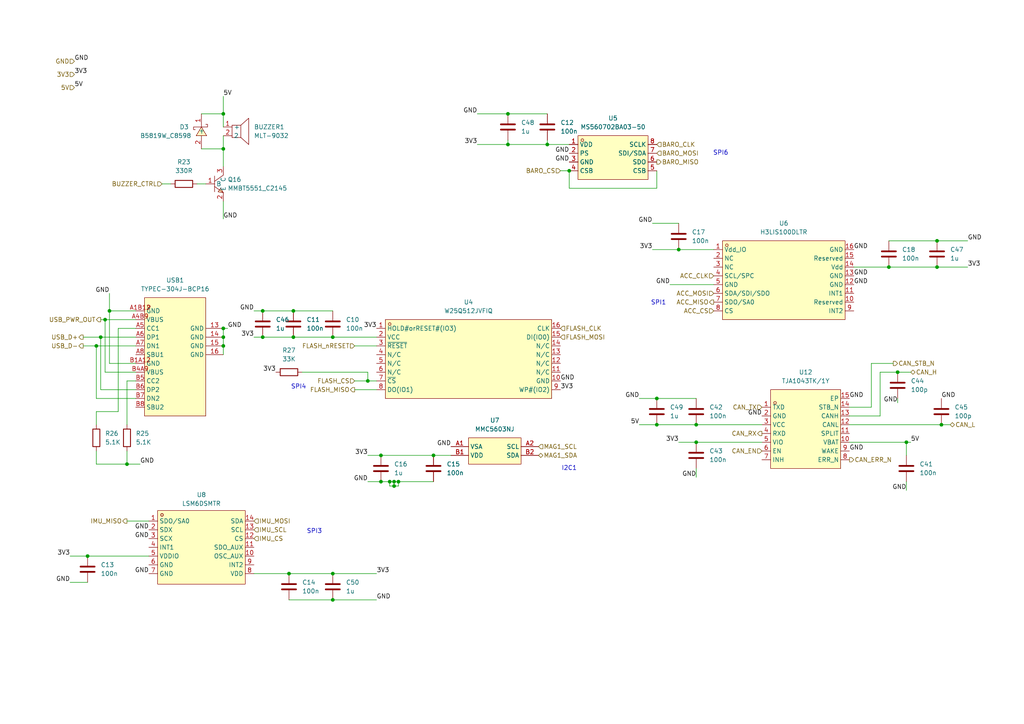
<source format=kicad_sch>
(kicad_sch
	(version 20231120)
	(generator "eeschema")
	(generator_version "8.0")
	(uuid "63d4fee0-95f7-4f56-8a7f-5f74dfe0b221")
	(paper "A4")
	(lib_symbols
		(symbol "Device:C"
			(pin_numbers hide)
			(pin_names
				(offset 0.254)
			)
			(exclude_from_sim no)
			(in_bom yes)
			(on_board yes)
			(property "Reference" "C"
				(at 0.635 2.54 0)
				(effects
					(font
						(size 1.27 1.27)
					)
					(justify left)
				)
			)
			(property "Value" "C"
				(at 0.635 -2.54 0)
				(effects
					(font
						(size 1.27 1.27)
					)
					(justify left)
				)
			)
			(property "Footprint" ""
				(at 0.9652 -3.81 0)
				(effects
					(font
						(size 1.27 1.27)
					)
					(hide yes)
				)
			)
			(property "Datasheet" "~"
				(at 0 0 0)
				(effects
					(font
						(size 1.27 1.27)
					)
					(hide yes)
				)
			)
			(property "Description" "Unpolarized capacitor"
				(at 0 0 0)
				(effects
					(font
						(size 1.27 1.27)
					)
					(hide yes)
				)
			)
			(property "ki_keywords" "cap capacitor"
				(at 0 0 0)
				(effects
					(font
						(size 1.27 1.27)
					)
					(hide yes)
				)
			)
			(property "ki_fp_filters" "C_*"
				(at 0 0 0)
				(effects
					(font
						(size 1.27 1.27)
					)
					(hide yes)
				)
			)
			(symbol "C_0_1"
				(polyline
					(pts
						(xy -2.032 -0.762) (xy 2.032 -0.762)
					)
					(stroke
						(width 0.508)
						(type default)
					)
					(fill
						(type none)
					)
				)
				(polyline
					(pts
						(xy -2.032 0.762) (xy 2.032 0.762)
					)
					(stroke
						(width 0.508)
						(type default)
					)
					(fill
						(type none)
					)
				)
			)
			(symbol "C_1_1"
				(pin passive line
					(at 0 3.81 270)
					(length 2.794)
					(name "~"
						(effects
							(font
								(size 1.27 1.27)
							)
						)
					)
					(number "1"
						(effects
							(font
								(size 1.27 1.27)
							)
						)
					)
				)
				(pin passive line
					(at 0 -3.81 90)
					(length 2.794)
					(name "~"
						(effects
							(font
								(size 1.27 1.27)
							)
						)
					)
					(number "2"
						(effects
							(font
								(size 1.27 1.27)
							)
						)
					)
				)
			)
		)
		(symbol "Device:R"
			(pin_numbers hide)
			(pin_names
				(offset 0)
			)
			(exclude_from_sim no)
			(in_bom yes)
			(on_board yes)
			(property "Reference" "R"
				(at 2.032 0 90)
				(effects
					(font
						(size 1.27 1.27)
					)
				)
			)
			(property "Value" "R"
				(at 0 0 90)
				(effects
					(font
						(size 1.27 1.27)
					)
				)
			)
			(property "Footprint" ""
				(at -1.778 0 90)
				(effects
					(font
						(size 1.27 1.27)
					)
					(hide yes)
				)
			)
			(property "Datasheet" "~"
				(at 0 0 0)
				(effects
					(font
						(size 1.27 1.27)
					)
					(hide yes)
				)
			)
			(property "Description" "Resistor"
				(at 0 0 0)
				(effects
					(font
						(size 1.27 1.27)
					)
					(hide yes)
				)
			)
			(property "ki_keywords" "R res resistor"
				(at 0 0 0)
				(effects
					(font
						(size 1.27 1.27)
					)
					(hide yes)
				)
			)
			(property "ki_fp_filters" "R_*"
				(at 0 0 0)
				(effects
					(font
						(size 1.27 1.27)
					)
					(hide yes)
				)
			)
			(symbol "R_0_1"
				(rectangle
					(start -1.016 -2.54)
					(end 1.016 2.54)
					(stroke
						(width 0.254)
						(type default)
					)
					(fill
						(type none)
					)
				)
			)
			(symbol "R_1_1"
				(pin passive line
					(at 0 3.81 270)
					(length 1.27)
					(name "~"
						(effects
							(font
								(size 1.27 1.27)
							)
						)
					)
					(number "1"
						(effects
							(font
								(size 1.27 1.27)
							)
						)
					)
				)
				(pin passive line
					(at 0 -3.81 90)
					(length 1.27)
					(name "~"
						(effects
							(font
								(size 1.27 1.27)
							)
						)
					)
					(number "2"
						(effects
							(font
								(size 1.27 1.27)
							)
						)
					)
				)
			)
		)
		(symbol "Rocketry:B5819W_C8598"
			(exclude_from_sim no)
			(in_bom yes)
			(on_board yes)
			(property "Reference" "D"
				(at 0 5.08 0)
				(effects
					(font
						(size 1.27 1.27)
					)
				)
			)
			(property "Value" "B5819W_C8598"
				(at 0 -5.08 0)
				(effects
					(font
						(size 1.27 1.27)
					)
				)
			)
			(property "Footprint" "Rocketry:SOD-123_L2.7-W1.6-LS3.7-RD-1"
				(at 0 -7.62 0)
				(effects
					(font
						(size 1.27 1.27)
					)
					(hide yes)
				)
			)
			(property "Datasheet" "https://lcsc.com/product-detail/Schottky-Barrier-Diodes-SBD_B5819W-SL_C8598.html"
				(at 0 -10.16 0)
				(effects
					(font
						(size 1.27 1.27)
					)
					(hide yes)
				)
			)
			(property "Description" ""
				(at 0 0 0)
				(effects
					(font
						(size 1.27 1.27)
					)
					(hide yes)
				)
			)
			(property "LCSC Part" "C8598"
				(at 0 -12.7 0)
				(effects
					(font
						(size 1.27 1.27)
					)
					(hide yes)
				)
			)
			(symbol "B5819W_C8598_0_1"
				(polyline
					(pts
						(xy 1.27 1.52) (xy -1.27 0) (xy 1.27 -1.52) (xy 1.27 1.52)
					)
					(stroke
						(width 0)
						(type default)
					)
					(fill
						(type background)
					)
				)
				(polyline
					(pts
						(xy -0.51 -1.78) (xy -0.51 -2.29) (xy -1.27 -2.29) (xy -1.27 1.02) (xy -1.27 1.78) (xy -2.03 1.78)
						(xy -2.03 1.27)
					)
					(stroke
						(width 0)
						(type default)
					)
					(fill
						(type none)
					)
				)
				(pin unspecified line
					(at -5.08 0 0)
					(length 3.81)
					(name "-"
						(effects
							(font
								(size 1.27 1.27)
							)
						)
					)
					(number "1"
						(effects
							(font
								(size 1.27 1.27)
							)
						)
					)
				)
				(pin unspecified line
					(at 5.08 0 180)
					(length 3.81)
					(name "+"
						(effects
							(font
								(size 1.27 1.27)
							)
						)
					)
					(number "2"
						(effects
							(font
								(size 1.27 1.27)
							)
						)
					)
				)
			)
		)
		(symbol "Rocketry:H3LIS100DLTR"
			(exclude_from_sim no)
			(in_bom yes)
			(on_board yes)
			(property "Reference" "U"
				(at 0 13.97 0)
				(effects
					(font
						(size 1.27 1.27)
					)
				)
			)
			(property "Value" "H3LIS100DLTR"
				(at 0 -13.97 0)
				(effects
					(font
						(size 1.27 1.27)
					)
				)
			)
			(property "Footprint" "Rocketry:TFLGA-16_L3.0-W3.0-P0.50-TL"
				(at 0 -16.51 0)
				(effects
					(font
						(size 1.27 1.27)
					)
					(hide yes)
				)
			)
			(property "Datasheet" ""
				(at 0 0 0)
				(effects
					(font
						(size 1.27 1.27)
					)
					(hide yes)
				)
			)
			(property "Description" ""
				(at 0 0 0)
				(effects
					(font
						(size 1.27 1.27)
					)
					(hide yes)
				)
			)
			(property "LCSC Part" "C2655068"
				(at 0 -19.05 0)
				(effects
					(font
						(size 1.27 1.27)
					)
					(hide yes)
				)
			)
			(symbol "H3LIS100DLTR_0_1"
				(rectangle
					(start -17.78 11.43)
					(end 17.78 -11.43)
					(stroke
						(width 0)
						(type default)
					)
					(fill
						(type background)
					)
				)
				(circle
					(center -16.51 10.16)
					(radius 0.38)
					(stroke
						(width 0)
						(type default)
					)
					(fill
						(type none)
					)
				)
				(pin unspecified line
					(at -20.32 8.89 0)
					(length 2.54)
					(name "Vdd_IO"
						(effects
							(font
								(size 1.27 1.27)
							)
						)
					)
					(number "1"
						(effects
							(font
								(size 1.27 1.27)
							)
						)
					)
				)
				(pin unspecified line
					(at 20.32 -6.35 180)
					(length 2.54)
					(name "Reserved"
						(effects
							(font
								(size 1.27 1.27)
							)
						)
					)
					(number "10"
						(effects
							(font
								(size 1.27 1.27)
							)
						)
					)
				)
				(pin unspecified line
					(at 20.32 -3.81 180)
					(length 2.54)
					(name "INT1"
						(effects
							(font
								(size 1.27 1.27)
							)
						)
					)
					(number "11"
						(effects
							(font
								(size 1.27 1.27)
							)
						)
					)
				)
				(pin unspecified line
					(at 20.32 -1.27 180)
					(length 2.54)
					(name "GND"
						(effects
							(font
								(size 1.27 1.27)
							)
						)
					)
					(number "12"
						(effects
							(font
								(size 1.27 1.27)
							)
						)
					)
				)
				(pin unspecified line
					(at 20.32 1.27 180)
					(length 2.54)
					(name "GND"
						(effects
							(font
								(size 1.27 1.27)
							)
						)
					)
					(number "13"
						(effects
							(font
								(size 1.27 1.27)
							)
						)
					)
				)
				(pin unspecified line
					(at 20.32 3.81 180)
					(length 2.54)
					(name "Vdd"
						(effects
							(font
								(size 1.27 1.27)
							)
						)
					)
					(number "14"
						(effects
							(font
								(size 1.27 1.27)
							)
						)
					)
				)
				(pin unspecified line
					(at 20.32 6.35 180)
					(length 2.54)
					(name "Reserved"
						(effects
							(font
								(size 1.27 1.27)
							)
						)
					)
					(number "15"
						(effects
							(font
								(size 1.27 1.27)
							)
						)
					)
				)
				(pin unspecified line
					(at 20.32 8.89 180)
					(length 2.54)
					(name "GND"
						(effects
							(font
								(size 1.27 1.27)
							)
						)
					)
					(number "16"
						(effects
							(font
								(size 1.27 1.27)
							)
						)
					)
				)
				(pin unspecified line
					(at -20.32 6.35 0)
					(length 2.54)
					(name "NC"
						(effects
							(font
								(size 1.27 1.27)
							)
						)
					)
					(number "2"
						(effects
							(font
								(size 1.27 1.27)
							)
						)
					)
				)
				(pin unspecified line
					(at -20.32 3.81 0)
					(length 2.54)
					(name "NC"
						(effects
							(font
								(size 1.27 1.27)
							)
						)
					)
					(number "3"
						(effects
							(font
								(size 1.27 1.27)
							)
						)
					)
				)
				(pin unspecified line
					(at -20.32 1.27 0)
					(length 2.54)
					(name "SCL/SPC"
						(effects
							(font
								(size 1.27 1.27)
							)
						)
					)
					(number "4"
						(effects
							(font
								(size 1.27 1.27)
							)
						)
					)
				)
				(pin unspecified line
					(at -20.32 -1.27 0)
					(length 2.54)
					(name "GND"
						(effects
							(font
								(size 1.27 1.27)
							)
						)
					)
					(number "5"
						(effects
							(font
								(size 1.27 1.27)
							)
						)
					)
				)
				(pin unspecified line
					(at -20.32 -3.81 0)
					(length 2.54)
					(name "SDA/SDI/SDO"
						(effects
							(font
								(size 1.27 1.27)
							)
						)
					)
					(number "6"
						(effects
							(font
								(size 1.27 1.27)
							)
						)
					)
				)
				(pin unspecified line
					(at -20.32 -6.35 0)
					(length 2.54)
					(name "SDO/SA0"
						(effects
							(font
								(size 1.27 1.27)
							)
						)
					)
					(number "7"
						(effects
							(font
								(size 1.27 1.27)
							)
						)
					)
				)
				(pin unspecified line
					(at -20.32 -8.89 0)
					(length 2.54)
					(name "CS"
						(effects
							(font
								(size 1.27 1.27)
							)
						)
					)
					(number "8"
						(effects
							(font
								(size 1.27 1.27)
							)
						)
					)
				)
				(pin unspecified line
					(at 20.32 -8.89 180)
					(length 2.54)
					(name "INT2"
						(effects
							(font
								(size 1.27 1.27)
							)
						)
					)
					(number "9"
						(effects
							(font
								(size 1.27 1.27)
							)
						)
					)
				)
			)
		)
		(symbol "Rocketry:LSM6DSMTR"
			(exclude_from_sim no)
			(in_bom yes)
			(on_board yes)
			(property "Reference" "U"
				(at 0 12.7 0)
				(effects
					(font
						(size 1.27 1.27)
					)
				)
			)
			(property "Value" "LSM6DSMTR"
				(at 0 -12.7 0)
				(effects
					(font
						(size 1.27 1.27)
					)
				)
			)
			(property "Footprint" "Rocketry:LGA-14_L3.0-W2.5-P0.50-TL"
				(at 0 -15.24 0)
				(effects
					(font
						(size 1.27 1.27)
					)
					(hide yes)
				)
			)
			(property "Datasheet" "https://lcsc.com/product-detail/Sensors_STMicroelectronics_LSM6DSMTR_LSM6DSMTR_C94048.html"
				(at 0 -17.78 0)
				(effects
					(font
						(size 1.27 1.27)
					)
					(hide yes)
				)
			)
			(property "Description" ""
				(at 0 0 0)
				(effects
					(font
						(size 1.27 1.27)
					)
					(hide yes)
				)
			)
			(property "LCSC Part" "C94048"
				(at 0 -20.32 0)
				(effects
					(font
						(size 1.27 1.27)
					)
					(hide yes)
				)
			)
			(symbol "LSM6DSMTR_0_1"
				(rectangle
					(start -12.7 10.67)
					(end 12.7 -10.67)
					(stroke
						(width 0)
						(type default)
					)
					(fill
						(type background)
					)
				)
				(circle
					(center -11.43 9.4)
					(radius 0.38)
					(stroke
						(width 0)
						(type default)
					)
					(fill
						(type none)
					)
				)
				(circle
					(center -11.43 9.4)
					(radius 0.38)
					(stroke
						(width 0)
						(type default)
					)
					(fill
						(type none)
					)
				)
				(pin unspecified line
					(at -15.24 7.62 0)
					(length 2.54)
					(name "SDO/SA0"
						(effects
							(font
								(size 1.27 1.27)
							)
						)
					)
					(number "1"
						(effects
							(font
								(size 1.27 1.27)
							)
						)
					)
				)
				(pin unspecified line
					(at 15.24 -2.54 180)
					(length 2.54)
					(name "OSC_AUX"
						(effects
							(font
								(size 1.27 1.27)
							)
						)
					)
					(number "10"
						(effects
							(font
								(size 1.27 1.27)
							)
						)
					)
				)
				(pin unspecified line
					(at 15.24 0 180)
					(length 2.54)
					(name "SDO_AUX"
						(effects
							(font
								(size 1.27 1.27)
							)
						)
					)
					(number "11"
						(effects
							(font
								(size 1.27 1.27)
							)
						)
					)
				)
				(pin unspecified line
					(at 15.24 2.54 180)
					(length 2.54)
					(name "CS"
						(effects
							(font
								(size 1.27 1.27)
							)
						)
					)
					(number "12"
						(effects
							(font
								(size 1.27 1.27)
							)
						)
					)
				)
				(pin unspecified line
					(at 15.24 5.08 180)
					(length 2.54)
					(name "SCL"
						(effects
							(font
								(size 1.27 1.27)
							)
						)
					)
					(number "13"
						(effects
							(font
								(size 1.27 1.27)
							)
						)
					)
				)
				(pin unspecified line
					(at 15.24 7.62 180)
					(length 2.54)
					(name "SDA"
						(effects
							(font
								(size 1.27 1.27)
							)
						)
					)
					(number "14"
						(effects
							(font
								(size 1.27 1.27)
							)
						)
					)
				)
				(pin unspecified line
					(at -15.24 5.08 0)
					(length 2.54)
					(name "SDX"
						(effects
							(font
								(size 1.27 1.27)
							)
						)
					)
					(number "2"
						(effects
							(font
								(size 1.27 1.27)
							)
						)
					)
				)
				(pin unspecified line
					(at -15.24 2.54 0)
					(length 2.54)
					(name "SCX"
						(effects
							(font
								(size 1.27 1.27)
							)
						)
					)
					(number "3"
						(effects
							(font
								(size 1.27 1.27)
							)
						)
					)
				)
				(pin unspecified line
					(at -15.24 0 0)
					(length 2.54)
					(name "INT1"
						(effects
							(font
								(size 1.27 1.27)
							)
						)
					)
					(number "4"
						(effects
							(font
								(size 1.27 1.27)
							)
						)
					)
				)
				(pin unspecified line
					(at -15.24 -2.54 0)
					(length 2.54)
					(name "VDDIO"
						(effects
							(font
								(size 1.27 1.27)
							)
						)
					)
					(number "5"
						(effects
							(font
								(size 1.27 1.27)
							)
						)
					)
				)
				(pin unspecified line
					(at -15.24 -5.08 0)
					(length 2.54)
					(name "GND"
						(effects
							(font
								(size 1.27 1.27)
							)
						)
					)
					(number "6"
						(effects
							(font
								(size 1.27 1.27)
							)
						)
					)
				)
				(pin unspecified line
					(at -15.24 -7.62 0)
					(length 2.54)
					(name "GND"
						(effects
							(font
								(size 1.27 1.27)
							)
						)
					)
					(number "7"
						(effects
							(font
								(size 1.27 1.27)
							)
						)
					)
				)
				(pin unspecified line
					(at 15.24 -7.62 180)
					(length 2.54)
					(name "VDD"
						(effects
							(font
								(size 1.27 1.27)
							)
						)
					)
					(number "8"
						(effects
							(font
								(size 1.27 1.27)
							)
						)
					)
				)
				(pin unspecified line
					(at 15.24 -5.08 180)
					(length 2.54)
					(name "INT2"
						(effects
							(font
								(size 1.27 1.27)
							)
						)
					)
					(number "9"
						(effects
							(font
								(size 1.27 1.27)
							)
						)
					)
				)
			)
		)
		(symbol "Rocketry:MLT-9032"
			(exclude_from_sim no)
			(in_bom yes)
			(on_board yes)
			(property "Reference" "BUZZER"
				(at 0 7.62 0)
				(effects
					(font
						(size 1.27 1.27)
					)
				)
			)
			(property "Value" "MLT-9032"
				(at 0 -5.08 0)
				(effects
					(font
						(size 1.27 1.27)
					)
				)
			)
			(property "Footprint" "Rocketry:BUZ-SMD_MLT-9032"
				(at 0 -7.62 0)
				(effects
					(font
						(size 1.27 1.27)
					)
					(hide yes)
				)
			)
			(property "Datasheet" ""
				(at 0 0 0)
				(effects
					(font
						(size 1.27 1.27)
					)
					(hide yes)
				)
			)
			(property "Description" ""
				(at 0 0 0)
				(effects
					(font
						(size 1.27 1.27)
					)
					(hide yes)
				)
			)
			(property "LCSC Part" "C194480"
				(at 0 -10.16 0)
				(effects
					(font
						(size 1.27 1.27)
					)
					(hide yes)
				)
			)
			(symbol "MLT-9032_0_1"
				(polyline
					(pts
						(xy 0 -0.51) (xy 2.54 -0.51)
					)
					(stroke
						(width 0)
						(type default)
					)
					(fill
						(type none)
					)
				)
				(polyline
					(pts
						(xy 0 3.05) (xy 0 -0.51)
					)
					(stroke
						(width 0)
						(type default)
					)
					(fill
						(type none)
					)
				)
				(polyline
					(pts
						(xy 0 3.05) (xy 2.54 3.05)
					)
					(stroke
						(width 0)
						(type default)
					)
					(fill
						(type none)
					)
				)
				(polyline
					(pts
						(xy 2.54 -0.51) (xy 4.83 -2.54)
					)
					(stroke
						(width 0)
						(type default)
					)
					(fill
						(type none)
					)
				)
				(polyline
					(pts
						(xy 2.54 3.05) (xy 2.54 -0.51)
					)
					(stroke
						(width 0)
						(type default)
					)
					(fill
						(type none)
					)
				)
				(polyline
					(pts
						(xy 4.83 5.08) (xy 2.54 3.05)
					)
					(stroke
						(width 0)
						(type default)
					)
					(fill
						(type none)
					)
				)
				(polyline
					(pts
						(xy 4.83 5.08) (xy 4.83 -2.54)
					)
					(stroke
						(width 0)
						(type default)
					)
					(fill
						(type none)
					)
				)
				(pin unspecified line
					(at -2.54 2.54 0)
					(length 2.54)
					(name "+"
						(effects
							(font
								(size 1.27 1.27)
							)
						)
					)
					(number "1"
						(effects
							(font
								(size 1.27 1.27)
							)
						)
					)
				)
				(pin unspecified line
					(at -2.54 0 0)
					(length 2.54)
					(name "2"
						(effects
							(font
								(size 1.27 1.27)
							)
						)
					)
					(number "2"
						(effects
							(font
								(size 1.27 1.27)
							)
						)
					)
				)
			)
		)
		(symbol "Rocketry:MMBT5551_C2145"
			(exclude_from_sim no)
			(in_bom yes)
			(on_board yes)
			(property "Reference" "Q"
				(at 0 10.16 0)
				(effects
					(font
						(size 1.27 1.27)
					)
				)
			)
			(property "Value" "MMBT5551_C2145"
				(at 0 -10.16 0)
				(effects
					(font
						(size 1.27 1.27)
					)
				)
			)
			(property "Footprint" "Rocketry:SOT-23-3_L2.9-W1.3-P1.90-LS2.4-BR"
				(at 0 -12.7 0)
				(effects
					(font
						(size 1.27 1.27)
					)
					(hide yes)
				)
			)
			(property "Datasheet" "https://lcsc.com/product-detail/Transistors-NPN-PNP_MMBT5551-G1-H-200-300_C2145.html"
				(at 0 -15.24 0)
				(effects
					(font
						(size 1.27 1.27)
					)
					(hide yes)
				)
			)
			(property "Description" ""
				(at 0 0 0)
				(effects
					(font
						(size 1.27 1.27)
					)
					(hide yes)
				)
			)
			(property "LCSC Part" "C2145"
				(at 0 -17.78 0)
				(effects
					(font
						(size 1.27 1.27)
					)
					(hide yes)
				)
			)
			(symbol "MMBT5551_C2145_0_1"
				(polyline
					(pts
						(xy 0 -0.76) (xy 2.54 -2.54)
					)
					(stroke
						(width 0)
						(type default)
					)
					(fill
						(type none)
					)
				)
				(polyline
					(pts
						(xy 0 2.29) (xy 0 -2.29)
					)
					(stroke
						(width 0)
						(type default)
					)
					(fill
						(type none)
					)
				)
				(polyline
					(pts
						(xy 2.54 2.54) (xy 0 0.76)
					)
					(stroke
						(width 0)
						(type default)
					)
					(fill
						(type none)
					)
				)
				(polyline
					(pts
						(xy 2.54 -2.54) (xy 1.78 -1.27) (xy 1.02 -2.29) (xy 2.54 -2.54)
					)
					(stroke
						(width 0)
						(type default)
					)
					(fill
						(type background)
					)
				)
				(pin unspecified line
					(at -2.54 0 0)
					(length 2.54)
					(name "B"
						(effects
							(font
								(size 1.27 1.27)
							)
						)
					)
					(number "1"
						(effects
							(font
								(size 1.27 1.27)
							)
						)
					)
				)
				(pin unspecified line
					(at 2.54 -5.08 90)
					(length 2.54)
					(name "E"
						(effects
							(font
								(size 1.27 1.27)
							)
						)
					)
					(number "2"
						(effects
							(font
								(size 1.27 1.27)
							)
						)
					)
				)
				(pin unspecified line
					(at 2.54 5.08 270)
					(length 2.54)
					(name "C"
						(effects
							(font
								(size 1.27 1.27)
							)
						)
					)
					(number "3"
						(effects
							(font
								(size 1.27 1.27)
							)
						)
					)
				)
			)
		)
		(symbol "Rocketry:MMC5603NJ"
			(exclude_from_sim no)
			(in_bom yes)
			(on_board yes)
			(property "Reference" "U"
				(at 0 7.62 0)
				(effects
					(font
						(size 1.27 1.27)
					)
				)
			)
			(property "Value" "MMC5603NJ"
				(at 0 -5.08 0)
				(effects
					(font
						(size 1.27 1.27)
					)
				)
			)
			(property "Footprint" "Rocketry:FLIPCHIP-4_L0.8-W0.8-R2-C2-P0.40-TL"
				(at 0 -7.62 0)
				(effects
					(font
						(size 1.27 1.27)
					)
					(hide yes)
				)
			)
			(property "Datasheet" "https://lcsc.com/product-detail/Magnetic-Sensors_MEMSIC-MMC5603NJ_C404328.html"
				(at 0 -10.16 0)
				(effects
					(font
						(size 1.27 1.27)
					)
					(hide yes)
				)
			)
			(property "Description" ""
				(at 0 0 0)
				(effects
					(font
						(size 1.27 1.27)
					)
					(hide yes)
				)
			)
			(property "LCSC Part" "C404328"
				(at 0 -12.7 0)
				(effects
					(font
						(size 1.27 1.27)
					)
					(hide yes)
				)
			)
			(symbol "MMC5603NJ_0_1"
				(rectangle
					(start -7.62 5.08)
					(end 7.62 -2.54)
					(stroke
						(width 0)
						(type default)
					)
					(fill
						(type background)
					)
				)
				(pin unspecified line
					(at -12.7 2.54 0)
					(length 5.08)
					(name "VSA"
						(effects
							(font
								(size 1.27 1.27)
							)
						)
					)
					(number "A1"
						(effects
							(font
								(size 1.27 1.27)
							)
						)
					)
				)
				(pin unspecified line
					(at 12.7 2.54 180)
					(length 5.08)
					(name "SCL"
						(effects
							(font
								(size 1.27 1.27)
							)
						)
					)
					(number "A2"
						(effects
							(font
								(size 1.27 1.27)
							)
						)
					)
				)
				(pin unspecified line
					(at -12.7 0 0)
					(length 5.08)
					(name "VDD"
						(effects
							(font
								(size 1.27 1.27)
							)
						)
					)
					(number "B1"
						(effects
							(font
								(size 1.27 1.27)
							)
						)
					)
				)
				(pin unspecified line
					(at 12.7 0 180)
					(length 5.08)
					(name "SDA"
						(effects
							(font
								(size 1.27 1.27)
							)
						)
					)
					(number "B2"
						(effects
							(font
								(size 1.27 1.27)
							)
						)
					)
				)
			)
		)
		(symbol "Rocketry:MS560702BA03-50"
			(exclude_from_sim no)
			(in_bom yes)
			(on_board yes)
			(property "Reference" "U"
				(at 0 8.89 0)
				(effects
					(font
						(size 1.27 1.27)
					)
				)
			)
			(property "Value" "MS560702BA03-50"
				(at 0 -8.89 0)
				(effects
					(font
						(size 1.27 1.27)
					)
				)
			)
			(property "Footprint" "Rocketry:SENSOR-SMD_MS560702BA03-50"
				(at 0 -11.43 0)
				(effects
					(font
						(size 1.27 1.27)
					)
					(hide yes)
				)
			)
			(property "Datasheet" "https://lcsc.com/product-detail/Pre-ordered-Products_TE-Connectivity_MS560702BA03-50_TE-Connectivity-MS560702BA03-50_C97627.html"
				(at 0 -13.97 0)
				(effects
					(font
						(size 1.27 1.27)
					)
					(hide yes)
				)
			)
			(property "Description" ""
				(at 0 0 0)
				(effects
					(font
						(size 1.27 1.27)
					)
					(hide yes)
				)
			)
			(property "LCSC Part" "C97627"
				(at 0 -16.51 0)
				(effects
					(font
						(size 1.27 1.27)
					)
					(hide yes)
				)
			)
			(symbol "MS560702BA03-50_0_1"
				(rectangle
					(start -10.16 6.35)
					(end 10.16 -6.35)
					(stroke
						(width 0)
						(type default)
					)
					(fill
						(type background)
					)
				)
				(circle
					(center -8.89 5.08)
					(radius 0.38)
					(stroke
						(width 0)
						(type default)
					)
					(fill
						(type none)
					)
				)
				(pin unspecified line
					(at -12.7 3.81 0)
					(length 2.54)
					(name "VDD"
						(effects
							(font
								(size 1.27 1.27)
							)
						)
					)
					(number "1"
						(effects
							(font
								(size 1.27 1.27)
							)
						)
					)
				)
				(pin unspecified line
					(at -12.7 1.27 0)
					(length 2.54)
					(name "PS"
						(effects
							(font
								(size 1.27 1.27)
							)
						)
					)
					(number "2"
						(effects
							(font
								(size 1.27 1.27)
							)
						)
					)
				)
				(pin unspecified line
					(at -12.7 -1.27 0)
					(length 2.54)
					(name "GND"
						(effects
							(font
								(size 1.27 1.27)
							)
						)
					)
					(number "3"
						(effects
							(font
								(size 1.27 1.27)
							)
						)
					)
				)
				(pin unspecified line
					(at -12.7 -3.81 0)
					(length 2.54)
					(name "CSB"
						(effects
							(font
								(size 1.27 1.27)
							)
						)
					)
					(number "4"
						(effects
							(font
								(size 1.27 1.27)
							)
						)
					)
				)
				(pin unspecified line
					(at 12.7 -3.81 180)
					(length 2.54)
					(name "CSB"
						(effects
							(font
								(size 1.27 1.27)
							)
						)
					)
					(number "5"
						(effects
							(font
								(size 1.27 1.27)
							)
						)
					)
				)
				(pin unspecified line
					(at 12.7 -1.27 180)
					(length 2.54)
					(name "SDO"
						(effects
							(font
								(size 1.27 1.27)
							)
						)
					)
					(number "6"
						(effects
							(font
								(size 1.27 1.27)
							)
						)
					)
				)
				(pin unspecified line
					(at 12.7 1.27 180)
					(length 2.54)
					(name "SDI/SDA"
						(effects
							(font
								(size 1.27 1.27)
							)
						)
					)
					(number "7"
						(effects
							(font
								(size 1.27 1.27)
							)
						)
					)
				)
				(pin unspecified line
					(at 12.7 3.81 180)
					(length 2.54)
					(name "SCLK"
						(effects
							(font
								(size 1.27 1.27)
							)
						)
					)
					(number "8"
						(effects
							(font
								(size 1.27 1.27)
							)
						)
					)
				)
			)
		)
		(symbol "Rocketry:TJA1043TK_1Y"
			(exclude_from_sim no)
			(in_bom yes)
			(on_board yes)
			(property "Reference" "U"
				(at 0 13.97 0)
				(effects
					(font
						(size 1.27 1.27)
					)
				)
			)
			(property "Value" "TJA1043TK/1Y"
				(at 0 -13.97 0)
				(effects
					(font
						(size 1.27 1.27)
					)
				)
			)
			(property "Footprint" "Rocketry:HVSON-14_L4.5-W3.0-P0.65-BL-EP"
				(at 0 -16.51 0)
				(effects
					(font
						(size 1.27 1.27)
					)
					(hide yes)
				)
			)
			(property "Datasheet" "https://lcsc.com/product-detail/CAN_NXP_TJA1043TK-1Y_TJA1043TK-1Y_C181728.html"
				(at 0 -19.05 0)
				(effects
					(font
						(size 1.27 1.27)
					)
					(hide yes)
				)
			)
			(property "Description" ""
				(at 0 0 0)
				(effects
					(font
						(size 1.27 1.27)
					)
					(hide yes)
				)
			)
			(property "LCSC Part" "C181728"
				(at 0 -21.59 0)
				(effects
					(font
						(size 1.27 1.27)
					)
					(hide yes)
				)
			)
			(symbol "TJA1043TK_1Y_0_1"
				(rectangle
					(start -10.16 11.43)
					(end 10.16 -11.43)
					(stroke
						(width 0)
						(type default)
					)
					(fill
						(type background)
					)
				)
				(circle
					(center -8.89 7.62)
					(radius 0.38)
					(stroke
						(width 0)
						(type default)
					)
					(fill
						(type none)
					)
				)
				(pin unspecified line
					(at -12.7 6.35 0)
					(length 2.54)
					(name "TXD"
						(effects
							(font
								(size 1.27 1.27)
							)
						)
					)
					(number "1"
						(effects
							(font
								(size 1.27 1.27)
							)
						)
					)
				)
				(pin unspecified line
					(at 12.7 -3.81 180)
					(length 2.54)
					(name "VBAT"
						(effects
							(font
								(size 1.27 1.27)
							)
						)
					)
					(number "10"
						(effects
							(font
								(size 1.27 1.27)
							)
						)
					)
				)
				(pin unspecified line
					(at 12.7 -1.27 180)
					(length 2.54)
					(name "SPLIT"
						(effects
							(font
								(size 1.27 1.27)
							)
						)
					)
					(number "11"
						(effects
							(font
								(size 1.27 1.27)
							)
						)
					)
				)
				(pin unspecified line
					(at 12.7 1.27 180)
					(length 2.54)
					(name "CANL"
						(effects
							(font
								(size 1.27 1.27)
							)
						)
					)
					(number "12"
						(effects
							(font
								(size 1.27 1.27)
							)
						)
					)
				)
				(pin unspecified line
					(at 12.7 3.81 180)
					(length 2.54)
					(name "CANH"
						(effects
							(font
								(size 1.27 1.27)
							)
						)
					)
					(number "13"
						(effects
							(font
								(size 1.27 1.27)
							)
						)
					)
				)
				(pin unspecified line
					(at 12.7 6.35 180)
					(length 2.54)
					(name "STB_N"
						(effects
							(font
								(size 1.27 1.27)
							)
						)
					)
					(number "14"
						(effects
							(font
								(size 1.27 1.27)
							)
						)
					)
				)
				(pin unspecified line
					(at 12.7 8.89 180)
					(length 2.54)
					(name "EP"
						(effects
							(font
								(size 1.27 1.27)
							)
						)
					)
					(number "15"
						(effects
							(font
								(size 1.27 1.27)
							)
						)
					)
				)
				(pin unspecified line
					(at -12.7 3.81 0)
					(length 2.54)
					(name "GND"
						(effects
							(font
								(size 1.27 1.27)
							)
						)
					)
					(number "2"
						(effects
							(font
								(size 1.27 1.27)
							)
						)
					)
				)
				(pin unspecified line
					(at -12.7 1.27 0)
					(length 2.54)
					(name "VCC"
						(effects
							(font
								(size 1.27 1.27)
							)
						)
					)
					(number "3"
						(effects
							(font
								(size 1.27 1.27)
							)
						)
					)
				)
				(pin unspecified line
					(at -12.7 -1.27 0)
					(length 2.54)
					(name "RXD"
						(effects
							(font
								(size 1.27 1.27)
							)
						)
					)
					(number "4"
						(effects
							(font
								(size 1.27 1.27)
							)
						)
					)
				)
				(pin unspecified line
					(at -12.7 -3.81 0)
					(length 2.54)
					(name "VIO"
						(effects
							(font
								(size 1.27 1.27)
							)
						)
					)
					(number "5"
						(effects
							(font
								(size 1.27 1.27)
							)
						)
					)
				)
				(pin unspecified line
					(at -12.7 -6.35 0)
					(length 2.54)
					(name "EN"
						(effects
							(font
								(size 1.27 1.27)
							)
						)
					)
					(number "6"
						(effects
							(font
								(size 1.27 1.27)
							)
						)
					)
				)
				(pin unspecified line
					(at -12.7 -8.89 0)
					(length 2.54)
					(name "INH"
						(effects
							(font
								(size 1.27 1.27)
							)
						)
					)
					(number "7"
						(effects
							(font
								(size 1.27 1.27)
							)
						)
					)
				)
				(pin unspecified line
					(at 12.7 -8.89 180)
					(length 2.54)
					(name "ERR_N"
						(effects
							(font
								(size 1.27 1.27)
							)
						)
					)
					(number "8"
						(effects
							(font
								(size 1.27 1.27)
							)
						)
					)
				)
				(pin unspecified line
					(at 12.7 -6.35 180)
					(length 2.54)
					(name "WAKE"
						(effects
							(font
								(size 1.27 1.27)
							)
						)
					)
					(number "9"
						(effects
							(font
								(size 1.27 1.27)
							)
						)
					)
				)
			)
		)
		(symbol "Rocketry:TYPEC-304J-BCP16"
			(exclude_from_sim no)
			(in_bom yes)
			(on_board yes)
			(property "Reference" "USB"
				(at 0 17.78 0)
				(effects
					(font
						(size 1.27 1.27)
					)
				)
			)
			(property "Value" "TYPEC-304J-BCP16"
				(at 0 -20.32 0)
				(effects
					(font
						(size 1.27 1.27)
					)
				)
			)
			(property "Footprint" "Rocketry:USB-C-SMD_TYPEC-304J-BCP16"
				(at 0 -22.86 0)
				(effects
					(font
						(size 1.27 1.27)
					)
					(hide yes)
				)
			)
			(property "Datasheet" ""
				(at 0 0 0)
				(effects
					(font
						(size 1.27 1.27)
					)
					(hide yes)
				)
			)
			(property "Description" ""
				(at 0 0 0)
				(effects
					(font
						(size 1.27 1.27)
					)
					(hide yes)
				)
			)
			(property "LCSC Part" "C2835315"
				(at 0 -25.4 0)
				(effects
					(font
						(size 1.27 1.27)
					)
					(hide yes)
				)
			)
			(symbol "TYPEC-304J-BCP16_0_1"
				(rectangle
					(start -10.16 16.51)
					(end 7.62 -17.78)
					(stroke
						(width 0)
						(type default)
					)
					(fill
						(type background)
					)
				)
				(circle
					(center -8.89 13.97)
					(radius 0.38)
					(stroke
						(width 0)
						(type default)
					)
					(fill
						(type none)
					)
				)
				(pin unspecified line
					(at 12.7 7.62 180)
					(length 5.08)
					(name "GND"
						(effects
							(font
								(size 1.27 1.27)
							)
						)
					)
					(number "13"
						(effects
							(font
								(size 1.27 1.27)
							)
						)
					)
				)
				(pin unspecified line
					(at 12.7 5.08 180)
					(length 5.08)
					(name "GND"
						(effects
							(font
								(size 1.27 1.27)
							)
						)
					)
					(number "14"
						(effects
							(font
								(size 1.27 1.27)
							)
						)
					)
				)
				(pin unspecified line
					(at 12.7 2.54 180)
					(length 5.08)
					(name "GND"
						(effects
							(font
								(size 1.27 1.27)
							)
						)
					)
					(number "15"
						(effects
							(font
								(size 1.27 1.27)
							)
						)
					)
				)
				(pin unspecified line
					(at 12.7 0 180)
					(length 5.08)
					(name "GND"
						(effects
							(font
								(size 1.27 1.27)
							)
						)
					)
					(number "16"
						(effects
							(font
								(size 1.27 1.27)
							)
						)
					)
				)
				(pin unspecified line
					(at -12.7 12.7 0)
					(length 2.54)
					(name "GND"
						(effects
							(font
								(size 1.27 1.27)
							)
						)
					)
					(number "A1B12"
						(effects
							(font
								(size 1.27 1.27)
							)
						)
					)
				)
				(pin unspecified line
					(at -12.7 10.16 0)
					(length 2.54)
					(name "VBUS"
						(effects
							(font
								(size 1.27 1.27)
							)
						)
					)
					(number "A4B9"
						(effects
							(font
								(size 1.27 1.27)
							)
						)
					)
				)
				(pin unspecified line
					(at -12.7 7.62 0)
					(length 2.54)
					(name "CC1"
						(effects
							(font
								(size 1.27 1.27)
							)
						)
					)
					(number "A5"
						(effects
							(font
								(size 1.27 1.27)
							)
						)
					)
				)
				(pin unspecified line
					(at -12.7 5.08 0)
					(length 2.54)
					(name "DP1"
						(effects
							(font
								(size 1.27 1.27)
							)
						)
					)
					(number "A6"
						(effects
							(font
								(size 1.27 1.27)
							)
						)
					)
				)
				(pin unspecified line
					(at -12.7 2.54 0)
					(length 2.54)
					(name "DN1"
						(effects
							(font
								(size 1.27 1.27)
							)
						)
					)
					(number "A7"
						(effects
							(font
								(size 1.27 1.27)
							)
						)
					)
				)
				(pin unspecified line
					(at -12.7 0 0)
					(length 2.54)
					(name "SBU1"
						(effects
							(font
								(size 1.27 1.27)
							)
						)
					)
					(number "A8"
						(effects
							(font
								(size 1.27 1.27)
							)
						)
					)
				)
				(pin unspecified line
					(at -12.7 -2.54 0)
					(length 2.54)
					(name "GND"
						(effects
							(font
								(size 1.27 1.27)
							)
						)
					)
					(number "B1A12"
						(effects
							(font
								(size 1.27 1.27)
							)
						)
					)
				)
				(pin unspecified line
					(at -12.7 -5.08 0)
					(length 2.54)
					(name "VBUS"
						(effects
							(font
								(size 1.27 1.27)
							)
						)
					)
					(number "B4A9"
						(effects
							(font
								(size 1.27 1.27)
							)
						)
					)
				)
				(pin unspecified line
					(at -12.7 -7.62 0)
					(length 2.54)
					(name "CC2"
						(effects
							(font
								(size 1.27 1.27)
							)
						)
					)
					(number "B5"
						(effects
							(font
								(size 1.27 1.27)
							)
						)
					)
				)
				(pin unspecified line
					(at -12.7 -10.16 0)
					(length 2.54)
					(name "DP2"
						(effects
							(font
								(size 1.27 1.27)
							)
						)
					)
					(number "B6"
						(effects
							(font
								(size 1.27 1.27)
							)
						)
					)
				)
				(pin unspecified line
					(at -12.7 -12.7 0)
					(length 2.54)
					(name "DN2"
						(effects
							(font
								(size 1.27 1.27)
							)
						)
					)
					(number "B7"
						(effects
							(font
								(size 1.27 1.27)
							)
						)
					)
				)
				(pin unspecified line
					(at -12.7 -15.24 0)
					(length 2.54)
					(name "SBU2"
						(effects
							(font
								(size 1.27 1.27)
							)
						)
					)
					(number "B8"
						(effects
							(font
								(size 1.27 1.27)
							)
						)
					)
				)
			)
		)
		(symbol "Rocketry:W25Q512JVFIQ"
			(exclude_from_sim no)
			(in_bom yes)
			(on_board yes)
			(property "Reference" "U"
				(at 0 15.24 0)
				(effects
					(font
						(size 1.27 1.27)
					)
				)
			)
			(property "Value" "W25Q512JVFIQ"
				(at 0 -12.7 0)
				(effects
					(font
						(size 1.27 1.27)
					)
				)
			)
			(property "Footprint" "Rocketry:SOIC-16_L10.3-W7.5-P1.27-LS10.4-BL"
				(at 0 -15.24 0)
				(effects
					(font
						(size 1.27 1.27)
					)
					(hide yes)
				)
			)
			(property "Datasheet" ""
				(at 0 0 0)
				(effects
					(font
						(size 1.27 1.27)
					)
					(hide yes)
				)
			)
			(property "Description" ""
				(at 0 0 0)
				(effects
					(font
						(size 1.27 1.27)
					)
					(hide yes)
				)
			)
			(property "LCSC Part" "C2962011"
				(at 0 -17.78 0)
				(effects
					(font
						(size 1.27 1.27)
					)
					(hide yes)
				)
			)
			(symbol "W25Q512JVFIQ_0_1"
				(rectangle
					(start -25.4 12.7)
					(end 22.86 -10.16)
					(stroke
						(width 0)
						(type default)
					)
					(fill
						(type background)
					)
				)
				(circle
					(center -24.13 11.43)
					(radius 0.38)
					(stroke
						(width 0)
						(type default)
					)
					(fill
						(type none)
					)
				)
				(pin unspecified line
					(at -27.94 10.16 0)
					(length 2.54)
					(name "HOLD#orRESET#(IO3)"
						(effects
							(font
								(size 1.27 1.27)
							)
						)
					)
					(number "1"
						(effects
							(font
								(size 1.27 1.27)
							)
						)
					)
				)
				(pin unspecified line
					(at 25.4 -5.08 180)
					(length 2.54)
					(name "GND"
						(effects
							(font
								(size 1.27 1.27)
							)
						)
					)
					(number "10"
						(effects
							(font
								(size 1.27 1.27)
							)
						)
					)
				)
				(pin unspecified line
					(at 25.4 -2.54 180)
					(length 2.54)
					(name "N/C"
						(effects
							(font
								(size 1.27 1.27)
							)
						)
					)
					(number "11"
						(effects
							(font
								(size 1.27 1.27)
							)
						)
					)
				)
				(pin unspecified line
					(at 25.4 0 180)
					(length 2.54)
					(name "N/C"
						(effects
							(font
								(size 1.27 1.27)
							)
						)
					)
					(number "12"
						(effects
							(font
								(size 1.27 1.27)
							)
						)
					)
				)
				(pin unspecified line
					(at 25.4 2.54 180)
					(length 2.54)
					(name "N/C"
						(effects
							(font
								(size 1.27 1.27)
							)
						)
					)
					(number "13"
						(effects
							(font
								(size 1.27 1.27)
							)
						)
					)
				)
				(pin unspecified line
					(at 25.4 5.08 180)
					(length 2.54)
					(name "N/C"
						(effects
							(font
								(size 1.27 1.27)
							)
						)
					)
					(number "14"
						(effects
							(font
								(size 1.27 1.27)
							)
						)
					)
				)
				(pin unspecified line
					(at 25.4 7.62 180)
					(length 2.54)
					(name "DI(IO0)"
						(effects
							(font
								(size 1.27 1.27)
							)
						)
					)
					(number "15"
						(effects
							(font
								(size 1.27 1.27)
							)
						)
					)
				)
				(pin unspecified line
					(at 25.4 10.16 180)
					(length 2.54)
					(name "CLK"
						(effects
							(font
								(size 1.27 1.27)
							)
						)
					)
					(number "16"
						(effects
							(font
								(size 1.27 1.27)
							)
						)
					)
				)
				(pin unspecified line
					(at -27.94 7.62 0)
					(length 2.54)
					(name "VCC"
						(effects
							(font
								(size 1.27 1.27)
							)
						)
					)
					(number "2"
						(effects
							(font
								(size 1.27 1.27)
							)
						)
					)
				)
				(pin unspecified line
					(at -27.94 5.08 0)
					(length 2.54)
					(name "~{RESET}"
						(effects
							(font
								(size 1.27 1.27)
							)
						)
					)
					(number "3"
						(effects
							(font
								(size 1.27 1.27)
							)
						)
					)
				)
				(pin unspecified line
					(at -27.94 2.54 0)
					(length 2.54)
					(name "N/C"
						(effects
							(font
								(size 1.27 1.27)
							)
						)
					)
					(number "4"
						(effects
							(font
								(size 1.27 1.27)
							)
						)
					)
				)
				(pin unspecified line
					(at -27.94 0 0)
					(length 2.54)
					(name "N/C"
						(effects
							(font
								(size 1.27 1.27)
							)
						)
					)
					(number "5"
						(effects
							(font
								(size 1.27 1.27)
							)
						)
					)
				)
				(pin unspecified line
					(at -27.94 -2.54 0)
					(length 2.54)
					(name "N/C"
						(effects
							(font
								(size 1.27 1.27)
							)
						)
					)
					(number "6"
						(effects
							(font
								(size 1.27 1.27)
							)
						)
					)
				)
				(pin unspecified line
					(at -27.94 -5.08 0)
					(length 2.54)
					(name "~{CS}"
						(effects
							(font
								(size 1.27 1.27)
							)
						)
					)
					(number "7"
						(effects
							(font
								(size 1.27 1.27)
							)
						)
					)
				)
				(pin unspecified line
					(at -27.94 -7.62 0)
					(length 2.54)
					(name "DO(IO1)"
						(effects
							(font
								(size 1.27 1.27)
							)
						)
					)
					(number "8"
						(effects
							(font
								(size 1.27 1.27)
							)
						)
					)
				)
				(pin unspecified line
					(at 25.4 -7.62 180)
					(length 2.54)
					(name "WP#(IO2)"
						(effects
							(font
								(size 1.27 1.27)
							)
						)
					)
					(number "9"
						(effects
							(font
								(size 1.27 1.27)
							)
						)
					)
				)
			)
		)
	)
	(junction
		(at 190.5 115.57)
		(diameter 0)
		(color 0 0 0 0)
		(uuid "0f6d29f5-3f0e-47e1-93c3-0963b632d612")
	)
	(junction
		(at 76.2 90.17)
		(diameter 0)
		(color 0 0 0 0)
		(uuid "167a7ca6-53d6-40db-bd97-83b7507ffcde")
	)
	(junction
		(at 113.03 139.7)
		(diameter 0)
		(color 0 0 0 0)
		(uuid "1708dae9-674d-41ae-869c-fb9c7eff86dd")
	)
	(junction
		(at 271.78 69.85)
		(diameter 0)
		(color 0 0 0 0)
		(uuid "17b181c9-8b6e-410a-af35-9f34cf7c5449")
	)
	(junction
		(at 271.78 77.47)
		(diameter 0)
		(color 0 0 0 0)
		(uuid "190e145d-8a96-40ac-9a51-1abdccafe516")
	)
	(junction
		(at 83.82 166.37)
		(diameter 0)
		(color 0 0 0 0)
		(uuid "247ae1d4-9f8e-4831-b0a3-75b6765cff18")
	)
	(junction
		(at 196.85 72.39)
		(diameter 0)
		(color 0 0 0 0)
		(uuid "29537d60-1886-4501-863c-995bd53e946e")
	)
	(junction
		(at 262.89 128.27)
		(diameter 0)
		(color 0 0 0 0)
		(uuid "2ac16a79-4f46-4d2a-97bf-71101cbc3dcd")
	)
	(junction
		(at 115.57 139.7)
		(diameter 0)
		(color 0 0 0 0)
		(uuid "2f4b1943-b8ac-48f1-9bc1-53d7fab31167")
	)
	(junction
		(at 27.94 100.33)
		(diameter 0)
		(color 0 0 0 0)
		(uuid "3579f9c5-1d3c-42f4-b096-d12928826a16")
	)
	(junction
		(at 96.52 166.37)
		(diameter 0)
		(color 0 0 0 0)
		(uuid "3ca36a26-6c69-4e5b-a87e-dafc64a9c687")
	)
	(junction
		(at 273.05 123.19)
		(diameter 0)
		(color 0 0 0 0)
		(uuid "44df2c88-c5bb-483c-a7cf-f9a905f9cb8b")
	)
	(junction
		(at 110.49 132.08)
		(diameter 0)
		(color 0 0 0 0)
		(uuid "516b5d41-7e0d-4f59-8751-9ab960cf4913")
	)
	(junction
		(at 64.77 97.79)
		(diameter 0)
		(color 0 0 0 0)
		(uuid "56eef5c1-95e5-4fa7-ab94-a28d35f2be43")
	)
	(junction
		(at 257.81 77.47)
		(diameter 0)
		(color 0 0 0 0)
		(uuid "5e15c258-ff90-43c4-aeb8-4675c3b559f5")
	)
	(junction
		(at 96.52 97.79)
		(diameter 0)
		(color 0 0 0 0)
		(uuid "61cf5a47-ab06-4840-846a-0b962d48a5af")
	)
	(junction
		(at 125.73 132.08)
		(diameter 0)
		(color 0 0 0 0)
		(uuid "666ba866-e807-409a-87ec-9c8df219abf1")
	)
	(junction
		(at 85.09 90.17)
		(diameter 0)
		(color 0 0 0 0)
		(uuid "676d7af0-97c8-4236-8f19-273436ea79c0")
	)
	(junction
		(at 201.93 123.19)
		(diameter 0)
		(color 0 0 0 0)
		(uuid "76fa96bd-78c8-4e7f-a5e9-9a69c7d05a65")
	)
	(junction
		(at 36.83 134.62)
		(diameter 0)
		(color 0 0 0 0)
		(uuid "80717c56-b917-402e-be34-5bcf83880bca")
	)
	(junction
		(at 110.49 139.7)
		(diameter 0)
		(color 0 0 0 0)
		(uuid "821b0397-9aef-4a58-b5c8-9a5faf043cd0")
	)
	(junction
		(at 76.2 97.79)
		(diameter 0)
		(color 0 0 0 0)
		(uuid "84f3eee2-fe21-4dfe-a71e-a1e6e5671c12")
	)
	(junction
		(at 31.75 90.17)
		(diameter 0)
		(color 0 0 0 0)
		(uuid "89f67061-27c7-4563-83d1-d7eb733d8c30")
	)
	(junction
		(at 114.3 139.7)
		(diameter 0)
		(color 0 0 0 0)
		(uuid "97ae96a7-353c-419a-8e0f-ed7a8319afb5")
	)
	(junction
		(at 165.1 49.53)
		(diameter 0)
		(color 0 0 0 0)
		(uuid "9858d5b2-1b2c-47b6-84f6-9c345b637dd0")
	)
	(junction
		(at 85.09 97.79)
		(diameter 0)
		(color 0 0 0 0)
		(uuid "99a03cd0-b83e-4eb5-a600-d5a48f968bff")
	)
	(junction
		(at 96.52 173.99)
		(diameter 0)
		(color 0 0 0 0)
		(uuid "9e844c26-69d5-4b55-a6d4-230fc0f59e9c")
	)
	(junction
		(at 158.75 41.91)
		(diameter 0)
		(color 0 0 0 0)
		(uuid "a22b6d9c-558d-4b50-aea0-e3162d2afadd")
	)
	(junction
		(at 147.32 41.91)
		(diameter 0)
		(color 0 0 0 0)
		(uuid "a2dd8635-2216-4bd1-80fd-2588c4d6ee59")
	)
	(junction
		(at 64.77 43.18)
		(diameter 0)
		(color 0 0 0 0)
		(uuid "abcd1724-14f8-4a56-97bf-114929e3132b")
	)
	(junction
		(at 201.93 128.27)
		(diameter 0)
		(color 0 0 0 0)
		(uuid "b44f3313-299d-4ae8-918f-1011a97a536a")
	)
	(junction
		(at 260.35 107.95)
		(diameter 0)
		(color 0 0 0 0)
		(uuid "b536d86d-bf61-452b-84b4-d02d5c2630e9")
	)
	(junction
		(at 190.5 123.19)
		(diameter 0)
		(color 0 0 0 0)
		(uuid "b538689a-978c-422d-96bb-d5971ebac8f8")
	)
	(junction
		(at 114.3 140.97)
		(diameter 0)
		(color 0 0 0 0)
		(uuid "ba16fb35-3366-4198-89ab-489f2ee00300")
	)
	(junction
		(at 64.77 33.02)
		(diameter 0)
		(color 0 0 0 0)
		(uuid "be95e896-80f5-45ed-99aa-54c44f970e6b")
	)
	(junction
		(at 29.21 97.79)
		(diameter 0)
		(color 0 0 0 0)
		(uuid "c17e91cf-de69-48e1-a40c-b4cf972e8772")
	)
	(junction
		(at 64.77 95.25)
		(diameter 0)
		(color 0 0 0 0)
		(uuid "caedadfb-9ad0-4bc8-aea5-1b4d7be11805")
	)
	(junction
		(at 106.68 110.49)
		(diameter 0)
		(color 0 0 0 0)
		(uuid "d938fa14-f9a4-4854-a5b8-2dceef379c42")
	)
	(junction
		(at 25.4 161.29)
		(diameter 0)
		(color 0 0 0 0)
		(uuid "dc3fc710-da0b-4403-a614-098bd9656597")
	)
	(junction
		(at 147.32 33.02)
		(diameter 0)
		(color 0 0 0 0)
		(uuid "e9889aad-af3d-413c-bdd2-c672672d3676")
	)
	(junction
		(at 64.77 100.33)
		(diameter 0)
		(color 0 0 0 0)
		(uuid "eba88780-410e-4b2d-9672-e8cf583b5f03")
	)
	(junction
		(at 30.48 92.71)
		(diameter 0)
		(color 0 0 0 0)
		(uuid "f8780cfd-4797-4f37-8b8f-12830adf7202")
	)
	(wire
		(pts
			(xy 196.85 72.39) (xy 207.01 72.39)
		)
		(stroke
			(width 0)
			(type default)
		)
		(uuid "00fd796b-3917-4317-a6df-28d2bc7d2861")
	)
	(wire
		(pts
			(xy 114.3 139.7) (xy 115.57 139.7)
		)
		(stroke
			(width 0)
			(type default)
		)
		(uuid "066d2480-8a6d-4fef-af5b-8aef2cc1b57b")
	)
	(wire
		(pts
			(xy 158.75 40.64) (xy 158.75 41.91)
		)
		(stroke
			(width 0)
			(type default)
		)
		(uuid "0acd3fa4-1482-4456-97cd-b2933e9c2bb8")
	)
	(wire
		(pts
			(xy 83.82 173.99) (xy 96.52 173.99)
		)
		(stroke
			(width 0)
			(type default)
		)
		(uuid "0c838830-c734-49df-96b8-76d20f3d1658")
	)
	(wire
		(pts
			(xy 194.31 82.55) (xy 207.01 82.55)
		)
		(stroke
			(width 0)
			(type default)
		)
		(uuid "0e4fd1b0-65e5-4921-a2cd-a2c3a1aca5b6")
	)
	(wire
		(pts
			(xy 76.2 97.79) (xy 85.09 97.79)
		)
		(stroke
			(width 0)
			(type default)
		)
		(uuid "15d9b8c2-5914-4ea2-a6ec-74741caff05b")
	)
	(wire
		(pts
			(xy 106.68 110.49) (xy 109.22 110.49)
		)
		(stroke
			(width 0)
			(type default)
		)
		(uuid "168cd1e4-8a21-4738-829b-acfd8de299cc")
	)
	(wire
		(pts
			(xy 31.75 85.09) (xy 31.75 90.17)
		)
		(stroke
			(width 0)
			(type default)
		)
		(uuid "1c154204-cd02-43f1-a9ea-c43f011cacdb")
	)
	(wire
		(pts
			(xy 39.37 110.49) (xy 36.83 110.49)
		)
		(stroke
			(width 0)
			(type default)
		)
		(uuid "212a1705-6629-4d2c-93b5-6d66544ba2ad")
	)
	(wire
		(pts
			(xy 264.16 107.95) (xy 260.35 107.95)
		)
		(stroke
			(width 0)
			(type default)
		)
		(uuid "21d0f830-1fc1-4d55-b710-3da85e853fe7")
	)
	(wire
		(pts
			(xy 106.68 132.08) (xy 110.49 132.08)
		)
		(stroke
			(width 0)
			(type default)
		)
		(uuid "232330bc-683f-462d-8a90-c4a4db94d72a")
	)
	(wire
		(pts
			(xy 34.29 119.38) (xy 27.94 119.38)
		)
		(stroke
			(width 0)
			(type default)
		)
		(uuid "24d9945a-3231-4ecc-8fc0-81450df692ca")
	)
	(wire
		(pts
			(xy 262.89 128.27) (xy 264.16 128.27)
		)
		(stroke
			(width 0)
			(type default)
		)
		(uuid "258f9bf8-a978-4c1d-9265-cc288d80559b")
	)
	(wire
		(pts
			(xy 27.94 119.38) (xy 27.94 123.19)
		)
		(stroke
			(width 0)
			(type default)
		)
		(uuid "25bca8c3-0d11-47d3-8f90-9628dc169205")
	)
	(wire
		(pts
			(xy 25.4 161.29) (xy 43.18 161.29)
		)
		(stroke
			(width 0)
			(type default)
		)
		(uuid "268052e2-e5b0-41ad-8553-059e7d869e3d")
	)
	(wire
		(pts
			(xy 36.83 151.13) (xy 43.18 151.13)
		)
		(stroke
			(width 0)
			(type default)
		)
		(uuid "2719768c-da83-46a4-982a-1428d8bf9290")
	)
	(wire
		(pts
			(xy 76.2 90.17) (xy 85.09 90.17)
		)
		(stroke
			(width 0)
			(type default)
		)
		(uuid "271f9391-3e14-4c62-b662-73faa1c8997e")
	)
	(wire
		(pts
			(xy 255.27 107.95) (xy 255.27 120.65)
		)
		(stroke
			(width 0)
			(type default)
		)
		(uuid "295fb9b5-c725-4075-b74c-55d33932c036")
	)
	(wire
		(pts
			(xy 96.52 166.37) (xy 109.22 166.37)
		)
		(stroke
			(width 0)
			(type default)
		)
		(uuid "2b1376a9-ab5c-415f-87e6-2ca8d018ac27")
	)
	(wire
		(pts
			(xy 73.66 166.37) (xy 83.82 166.37)
		)
		(stroke
			(width 0)
			(type default)
		)
		(uuid "300ec8bb-156d-4c87-98ce-667c14d64445")
	)
	(wire
		(pts
			(xy 190.5 115.57) (xy 201.93 115.57)
		)
		(stroke
			(width 0)
			(type default)
		)
		(uuid "306198d7-a02e-434f-9978-e47d2ef603fd")
	)
	(wire
		(pts
			(xy 201.93 123.19) (xy 220.98 123.19)
		)
		(stroke
			(width 0)
			(type default)
		)
		(uuid "3086581a-0c6e-483d-a9d9-d4e3834356f5")
	)
	(wire
		(pts
			(xy 102.87 110.49) (xy 106.68 110.49)
		)
		(stroke
			(width 0)
			(type default)
		)
		(uuid "386ead05-7792-475a-b62f-7cc9bda034f4")
	)
	(wire
		(pts
			(xy 27.94 115.57) (xy 27.94 100.33)
		)
		(stroke
			(width 0)
			(type default)
		)
		(uuid "388f7d6a-6222-43bf-b107-588f04bd690f")
	)
	(wire
		(pts
			(xy 147.32 33.02) (xy 158.75 33.02)
		)
		(stroke
			(width 0)
			(type default)
		)
		(uuid "389c90d2-614b-489d-a7b6-b5573f883ad4")
	)
	(wire
		(pts
			(xy 138.43 33.02) (xy 147.32 33.02)
		)
		(stroke
			(width 0)
			(type default)
		)
		(uuid "38e3b3f8-0e5d-43d4-a164-d9a67cd20a1b")
	)
	(wire
		(pts
			(xy 36.83 134.62) (xy 40.64 134.62)
		)
		(stroke
			(width 0)
			(type default)
		)
		(uuid "3aadb1f3-0041-4366-b57d-eb9ae69e5c49")
	)
	(wire
		(pts
			(xy 96.52 173.99) (xy 109.22 173.99)
		)
		(stroke
			(width 0)
			(type default)
		)
		(uuid "3bf629f4-eb06-4c03-8734-1977adb3d51c")
	)
	(wire
		(pts
			(xy 102.87 113.03) (xy 109.22 113.03)
		)
		(stroke
			(width 0)
			(type default)
		)
		(uuid "4144bc2c-a6a5-4b8c-9698-31094a9e9138")
	)
	(wire
		(pts
			(xy 246.38 123.19) (xy 273.05 123.19)
		)
		(stroke
			(width 0)
			(type default)
		)
		(uuid "416746d1-86b2-407b-a5ca-a23cfd2551c5")
	)
	(wire
		(pts
			(xy 189.23 72.39) (xy 196.85 72.39)
		)
		(stroke
			(width 0)
			(type default)
		)
		(uuid "4265c33f-11ed-4db5-ae5f-cc3a738b1778")
	)
	(wire
		(pts
			(xy 96.52 97.79) (xy 109.22 97.79)
		)
		(stroke
			(width 0)
			(type default)
		)
		(uuid "432ec9df-ebbe-4237-b04f-1b964b63fcbf")
	)
	(wire
		(pts
			(xy 271.78 69.85) (xy 280.67 69.85)
		)
		(stroke
			(width 0)
			(type default)
		)
		(uuid "444d289a-4bb5-4c92-93cf-586f139a3f89")
	)
	(wire
		(pts
			(xy 115.57 139.7) (xy 125.73 139.7)
		)
		(stroke
			(width 0)
			(type default)
		)
		(uuid "4ac52b18-273f-4685-928f-50c441583a48")
	)
	(wire
		(pts
			(xy 271.78 77.47) (xy 280.67 77.47)
		)
		(stroke
			(width 0)
			(type default)
		)
		(uuid "4cefd618-ecca-4316-940f-a951ed90b0a2")
	)
	(wire
		(pts
			(xy 20.32 168.91) (xy 25.4 168.91)
		)
		(stroke
			(width 0)
			(type default)
		)
		(uuid "4cfce2f8-2e5d-4a79-8ce7-3f6ca570455d")
	)
	(wire
		(pts
			(xy 20.32 161.29) (xy 25.4 161.29)
		)
		(stroke
			(width 0)
			(type default)
		)
		(uuid "4db397e2-db81-4786-bebb-89b29d176ecf")
	)
	(wire
		(pts
			(xy 64.77 36.83) (xy 64.77 33.02)
		)
		(stroke
			(width 0)
			(type default)
		)
		(uuid "5607354d-8d28-4023-82f5-4bb1e3d6081e")
	)
	(wire
		(pts
			(xy 260.35 107.95) (xy 255.27 107.95)
		)
		(stroke
			(width 0)
			(type default)
		)
		(uuid "57a66fce-690c-4163-bde0-b95221f206c6")
	)
	(wire
		(pts
			(xy 106.68 107.95) (xy 106.68 110.49)
		)
		(stroke
			(width 0)
			(type default)
		)
		(uuid "5c165322-4124-4c47-b333-bb99877dc1ae")
	)
	(wire
		(pts
			(xy 114.3 139.7) (xy 114.3 140.97)
		)
		(stroke
			(width 0)
			(type default)
		)
		(uuid "5c9ef084-a3ff-4bf9-9229-84643b81509c")
	)
	(wire
		(pts
			(xy 113.03 139.7) (xy 114.3 139.7)
		)
		(stroke
			(width 0)
			(type default)
		)
		(uuid "5cbc62bc-a20e-4bee-97fe-ce189ed8fca7")
	)
	(wire
		(pts
			(xy 64.77 33.02) (xy 58.42 33.02)
		)
		(stroke
			(width 0)
			(type default)
		)
		(uuid "627af872-1818-4174-9e54-e82adb068e29")
	)
	(wire
		(pts
			(xy 196.85 128.27) (xy 201.93 128.27)
		)
		(stroke
			(width 0)
			(type default)
		)
		(uuid "631d996e-174a-424a-bdfc-bfbdee6d4e99")
	)
	(wire
		(pts
			(xy 106.68 139.7) (xy 110.49 139.7)
		)
		(stroke
			(width 0)
			(type default)
		)
		(uuid "63819977-86d3-429e-a177-c6e3995721b6")
	)
	(wire
		(pts
			(xy 29.21 97.79) (xy 39.37 97.79)
		)
		(stroke
			(width 0)
			(type default)
		)
		(uuid "64e44f8b-6b59-406d-8fab-aa6f00a51fe1")
	)
	(wire
		(pts
			(xy 39.37 115.57) (xy 27.94 115.57)
		)
		(stroke
			(width 0)
			(type default)
		)
		(uuid "7207c7ff-cff4-4dab-81e2-414999cdcfad")
	)
	(wire
		(pts
			(xy 247.65 77.47) (xy 257.81 77.47)
		)
		(stroke
			(width 0)
			(type default)
		)
		(uuid "770fb926-6258-4645-9281-94c95b1c98ab")
	)
	(wire
		(pts
			(xy 190.5 54.61) (xy 165.1 54.61)
		)
		(stroke
			(width 0)
			(type default)
		)
		(uuid "7bc60426-a099-4d17-9540-5c1fc5041d32")
	)
	(wire
		(pts
			(xy 46.99 53.34) (xy 49.53 53.34)
		)
		(stroke
			(width 0)
			(type default)
		)
		(uuid "830e0e04-eb2c-4ec4-9117-1475af32f2e8")
	)
	(wire
		(pts
			(xy 29.21 92.71) (xy 30.48 92.71)
		)
		(stroke
			(width 0)
			(type default)
		)
		(uuid "857f6166-e5f1-4cc4-9692-30584b78cc4f")
	)
	(wire
		(pts
			(xy 114.3 140.97) (xy 113.03 140.97)
		)
		(stroke
			(width 0)
			(type default)
		)
		(uuid "8626d5ab-67b6-405e-b152-d42027ec3d6d")
	)
	(wire
		(pts
			(xy 255.27 120.65) (xy 246.38 120.65)
		)
		(stroke
			(width 0)
			(type default)
		)
		(uuid "87223c09-4a93-49bb-a779-fdcacda4e462")
	)
	(wire
		(pts
			(xy 147.32 41.91) (xy 158.75 41.91)
		)
		(stroke
			(width 0)
			(type default)
		)
		(uuid "8837f474-9893-475a-b290-0e455ae011a6")
	)
	(wire
		(pts
			(xy 58.42 43.18) (xy 64.77 43.18)
		)
		(stroke
			(width 0)
			(type default)
		)
		(uuid "8a187848-6257-4e7c-8d80-82aa1e889572")
	)
	(wire
		(pts
			(xy 24.13 100.33) (xy 27.94 100.33)
		)
		(stroke
			(width 0)
			(type default)
		)
		(uuid "8b009bdc-1334-4868-ace0-2728b0703fe3")
	)
	(wire
		(pts
			(xy 27.94 100.33) (xy 39.37 100.33)
		)
		(stroke
			(width 0)
			(type default)
		)
		(uuid "8bbce1e9-8fca-435d-b579-9f7107a44c00")
	)
	(wire
		(pts
			(xy 73.66 97.79) (xy 76.2 97.79)
		)
		(stroke
			(width 0)
			(type default)
		)
		(uuid "8ecf6c8a-de05-4103-9b21-2a90ed2f2e03")
	)
	(wire
		(pts
			(xy 260.35 115.57) (xy 260.35 116.84)
		)
		(stroke
			(width 0)
			(type default)
		)
		(uuid "8f7f355d-9d75-4096-8521-7d441bf6925f")
	)
	(wire
		(pts
			(xy 138.43 41.91) (xy 147.32 41.91)
		)
		(stroke
			(width 0)
			(type default)
		)
		(uuid "9114b11f-08c0-4f34-9cb0-0fbdf7049715")
	)
	(wire
		(pts
			(xy 31.75 90.17) (xy 39.37 90.17)
		)
		(stroke
			(width 0)
			(type default)
		)
		(uuid "944df6fe-a31f-4cb0-8e45-78fcba033d7e")
	)
	(wire
		(pts
			(xy 110.49 132.08) (xy 125.73 132.08)
		)
		(stroke
			(width 0)
			(type default)
		)
		(uuid "95075c4e-4463-42fd-8fea-a7f6bf8e963d")
	)
	(wire
		(pts
			(xy 39.37 107.95) (xy 30.48 107.95)
		)
		(stroke
			(width 0)
			(type default)
		)
		(uuid "96beaf0c-479d-4e84-8fb1-99821120dfb1")
	)
	(wire
		(pts
			(xy 87.63 107.95) (xy 106.68 107.95)
		)
		(stroke
			(width 0)
			(type default)
		)
		(uuid "97f84e56-157d-4a59-b672-09b8c71bfc6e")
	)
	(wire
		(pts
			(xy 83.82 166.37) (xy 96.52 166.37)
		)
		(stroke
			(width 0)
			(type default)
		)
		(uuid "987f5f21-e105-454f-9263-1b58dab8ae43")
	)
	(wire
		(pts
			(xy 102.87 100.33) (xy 109.22 100.33)
		)
		(stroke
			(width 0)
			(type default)
		)
		(uuid "99bd3ce0-354d-4c78-a184-d2fe40fa5b61")
	)
	(wire
		(pts
			(xy 110.49 139.7) (xy 113.03 139.7)
		)
		(stroke
			(width 0)
			(type default)
		)
		(uuid "9c84002d-c06b-4b00-936d-c6aabbf6c137")
	)
	(wire
		(pts
			(xy 185.42 123.19) (xy 190.5 123.19)
		)
		(stroke
			(width 0)
			(type default)
		)
		(uuid "9d960449-876d-4c7f-a1e7-e05648d13ee7")
	)
	(wire
		(pts
			(xy 64.77 97.79) (xy 64.77 100.33)
		)
		(stroke
			(width 0)
			(type default)
		)
		(uuid "9f0043d1-dbf0-4a19-8bc7-40c749c802de")
	)
	(wire
		(pts
			(xy 147.32 40.64) (xy 147.32 41.91)
		)
		(stroke
			(width 0)
			(type default)
		)
		(uuid "9f811604-6836-4dcd-9e26-5d6b3c8e12e8")
	)
	(wire
		(pts
			(xy 252.73 105.41) (xy 252.73 118.11)
		)
		(stroke
			(width 0)
			(type default)
		)
		(uuid "9fc72c5c-c585-4464-9d9e-778e2ab590e9")
	)
	(wire
		(pts
			(xy 257.81 69.85) (xy 271.78 69.85)
		)
		(stroke
			(width 0)
			(type default)
		)
		(uuid "a078651f-9c51-46d7-b2de-a747151ece5d")
	)
	(wire
		(pts
			(xy 31.75 105.41) (xy 31.75 90.17)
		)
		(stroke
			(width 0)
			(type default)
		)
		(uuid "a0dbcfa2-574b-412b-9e29-ed13cdbea746")
	)
	(wire
		(pts
			(xy 64.77 58.42) (xy 64.77 63.5)
		)
		(stroke
			(width 0)
			(type default)
		)
		(uuid "a4b36918-d59b-4790-97c6-e483054ee52c")
	)
	(wire
		(pts
			(xy 36.83 130.81) (xy 36.83 134.62)
		)
		(stroke
			(width 0)
			(type default)
		)
		(uuid "aa65f930-2964-4226-b090-d65a2d60d3de")
	)
	(wire
		(pts
			(xy 24.13 97.79) (xy 29.21 97.79)
		)
		(stroke
			(width 0)
			(type default)
		)
		(uuid "ace32146-c5f7-40dd-b6be-f730bd62cac3")
	)
	(wire
		(pts
			(xy 201.93 135.89) (xy 201.93 138.43)
		)
		(stroke
			(width 0)
			(type default)
		)
		(uuid "b4784e77-92f9-4f5a-8bfb-b747353427a6")
	)
	(wire
		(pts
			(xy 64.77 95.25) (xy 64.77 97.79)
		)
		(stroke
			(width 0)
			(type default)
		)
		(uuid "b636d746-51ff-4323-a4d0-3d58be79ae9b")
	)
	(wire
		(pts
			(xy 189.23 64.77) (xy 196.85 64.77)
		)
		(stroke
			(width 0)
			(type default)
		)
		(uuid "b6441ef1-294d-4d3d-860b-fbcf1653b946")
	)
	(wire
		(pts
			(xy 85.09 90.17) (xy 96.52 90.17)
		)
		(stroke
			(width 0)
			(type default)
		)
		(uuid "b998540c-7c16-4a4d-a5bc-aa0e1f19b8b9")
	)
	(wire
		(pts
			(xy 275.59 123.19) (xy 273.05 123.19)
		)
		(stroke
			(width 0)
			(type default)
		)
		(uuid "be870c56-ceca-4502-8831-b6c100302718")
	)
	(wire
		(pts
			(xy 85.09 97.79) (xy 96.52 97.79)
		)
		(stroke
			(width 0)
			(type default)
		)
		(uuid "c148abdd-27dd-4e9c-a995-7d23da0db6d0")
	)
	(wire
		(pts
			(xy 262.89 139.7) (xy 262.89 142.24)
		)
		(stroke
			(width 0)
			(type default)
		)
		(uuid "c219f019-c6fc-4c3a-ad04-fd4137635fa8")
	)
	(wire
		(pts
			(xy 39.37 95.25) (xy 34.29 95.25)
		)
		(stroke
			(width 0)
			(type default)
		)
		(uuid "c41edac7-6180-438f-9174-dcca037c0565")
	)
	(wire
		(pts
			(xy 252.73 118.11) (xy 246.38 118.11)
		)
		(stroke
			(width 0)
			(type default)
		)
		(uuid "c4d59369-5f8c-4cca-aae2-29d843e1f499")
	)
	(wire
		(pts
			(xy 257.81 77.47) (xy 271.78 77.47)
		)
		(stroke
			(width 0)
			(type default)
		)
		(uuid "cb8fb74a-0477-4f6b-b5f9-6b9769edc8d4")
	)
	(wire
		(pts
			(xy 30.48 107.95) (xy 30.48 92.71)
		)
		(stroke
			(width 0)
			(type default)
		)
		(uuid "cc0e4323-bb1c-4b52-b0ab-769d5d0e539a")
	)
	(wire
		(pts
			(xy 125.73 132.08) (xy 130.81 132.08)
		)
		(stroke
			(width 0)
			(type default)
		)
		(uuid "cc3623a1-5020-49f8-8a38-8bc24f5b4924")
	)
	(wire
		(pts
			(xy 115.57 139.7) (xy 115.57 140.97)
		)
		(stroke
			(width 0)
			(type default)
		)
		(uuid "cda42971-f4e8-44c5-9f35-864a0bdb30de")
	)
	(wire
		(pts
			(xy 57.15 53.34) (xy 59.69 53.34)
		)
		(stroke
			(width 0)
			(type default)
		)
		(uuid "cec7eabd-6f0f-419d-a4b0-ff6c73544aa9")
	)
	(wire
		(pts
			(xy 64.77 95.25) (xy 66.04 95.25)
		)
		(stroke
			(width 0)
			(type default)
		)
		(uuid "cf0ccc3b-53b2-473d-9ee7-12c4404a9a8b")
	)
	(wire
		(pts
			(xy 39.37 105.41) (xy 31.75 105.41)
		)
		(stroke
			(width 0)
			(type default)
		)
		(uuid "d2cbcb91-18fe-4bf9-9303-748f991e10b2")
	)
	(wire
		(pts
			(xy 201.93 128.27) (xy 220.98 128.27)
		)
		(stroke
			(width 0)
			(type default)
		)
		(uuid "d3114c1e-a8e3-445c-b801-a70497ef6fca")
	)
	(wire
		(pts
			(xy 27.94 134.62) (xy 36.83 134.62)
		)
		(stroke
			(width 0)
			(type default)
		)
		(uuid "d3546e71-c643-4c6e-a68f-45e58d951e32")
	)
	(wire
		(pts
			(xy 64.77 48.26) (xy 64.77 43.18)
		)
		(stroke
			(width 0)
			(type default)
		)
		(uuid "d434abb1-f226-4e1f-8614-2170e5265651")
	)
	(wire
		(pts
			(xy 30.48 92.71) (xy 39.37 92.71)
		)
		(stroke
			(width 0)
			(type default)
		)
		(uuid "d6c5928b-f062-41e9-bd72-d0464f50d63f")
	)
	(wire
		(pts
			(xy 246.38 128.27) (xy 262.89 128.27)
		)
		(stroke
			(width 0)
			(type default)
		)
		(uuid "d77a56c5-206c-48fd-983c-4dbebafed260")
	)
	(wire
		(pts
			(xy 158.75 41.91) (xy 165.1 41.91)
		)
		(stroke
			(width 0)
			(type default)
		)
		(uuid "d8a0c878-3070-4c82-bd52-8c27e490d3d0")
	)
	(wire
		(pts
			(xy 259.08 105.41) (xy 252.73 105.41)
		)
		(stroke
			(width 0)
			(type default)
		)
		(uuid "db1f2b7a-6604-4658-accd-81dc45e14e89")
	)
	(wire
		(pts
			(xy 262.89 132.08) (xy 262.89 128.27)
		)
		(stroke
			(width 0)
			(type default)
		)
		(uuid "db58cfc6-3c6b-4056-b7de-d4e3d0be983d")
	)
	(wire
		(pts
			(xy 190.5 49.53) (xy 190.5 54.61)
		)
		(stroke
			(width 0)
			(type default)
		)
		(uuid "deb1e62d-c7c8-4d00-81c7-56177721b670")
	)
	(wire
		(pts
			(xy 115.57 140.97) (xy 114.3 140.97)
		)
		(stroke
			(width 0)
			(type default)
		)
		(uuid "e07c6b43-8b2e-4d01-ac71-5779ffeb33af")
	)
	(wire
		(pts
			(xy 39.37 113.03) (xy 29.21 113.03)
		)
		(stroke
			(width 0)
			(type default)
		)
		(uuid "e1e56095-a261-48f5-90c5-bc2459201764")
	)
	(wire
		(pts
			(xy 185.42 115.57) (xy 190.5 115.57)
		)
		(stroke
			(width 0)
			(type default)
		)
		(uuid "e53e49da-aab8-4696-9396-87472436107b")
	)
	(wire
		(pts
			(xy 73.66 90.17) (xy 76.2 90.17)
		)
		(stroke
			(width 0)
			(type default)
		)
		(uuid "e69f23fa-9312-4a5c-ab37-2e838fcc5a0e")
	)
	(wire
		(pts
			(xy 64.77 100.33) (xy 64.77 102.87)
		)
		(stroke
			(width 0)
			(type default)
		)
		(uuid "e9a58d9f-b4f7-4892-9599-6a594ec0441c")
	)
	(wire
		(pts
			(xy 36.83 110.49) (xy 36.83 123.19)
		)
		(stroke
			(width 0)
			(type default)
		)
		(uuid "ea72df7a-b844-4be5-8f6b-7b7f29cfeb54")
	)
	(wire
		(pts
			(xy 64.77 27.94) (xy 64.77 33.02)
		)
		(stroke
			(width 0)
			(type default)
		)
		(uuid "ed490041-7124-48cc-b534-e054512b3a8e")
	)
	(wire
		(pts
			(xy 162.56 49.53) (xy 165.1 49.53)
		)
		(stroke
			(width 0)
			(type default)
		)
		(uuid "ed62b1f9-115f-4b14-91bd-9e06108bae48")
	)
	(wire
		(pts
			(xy 34.29 95.25) (xy 34.29 119.38)
		)
		(stroke
			(width 0)
			(type default)
		)
		(uuid "f433b7bd-2128-42ba-863f-5ded93e112bd")
	)
	(wire
		(pts
			(xy 27.94 130.81) (xy 27.94 134.62)
		)
		(stroke
			(width 0)
			(type default)
		)
		(uuid "f63f9714-fc1d-4aff-8730-5d263f897581")
	)
	(wire
		(pts
			(xy 165.1 54.61) (xy 165.1 49.53)
		)
		(stroke
			(width 0)
			(type default)
		)
		(uuid "f7dbfbc1-b255-4f83-b93b-5a9fb39b99d6")
	)
	(wire
		(pts
			(xy 64.77 43.18) (xy 64.77 39.37)
		)
		(stroke
			(width 0)
			(type default)
		)
		(uuid "fa5b6373-6839-4683-b3d7-f9b3b4f431e7")
	)
	(wire
		(pts
			(xy 29.21 113.03) (xy 29.21 97.79)
		)
		(stroke
			(width 0)
			(type default)
		)
		(uuid "fc7aadcd-b5db-4cd7-b14b-1f78122bb6ff")
	)
	(wire
		(pts
			(xy 113.03 139.7) (xy 113.03 140.97)
		)
		(stroke
			(width 0)
			(type default)
		)
		(uuid "fc8f5c3c-dcf0-4725-ab3a-8fb5250c50b5")
	)
	(wire
		(pts
			(xy 190.5 123.19) (xy 201.93 123.19)
		)
		(stroke
			(width 0)
			(type default)
		)
		(uuid "ff54711a-1845-4c02-bba0-3b9db9000355")
	)
	(text "SPI3"
		(exclude_from_sim no)
		(at 91.186 154.178 0)
		(effects
			(font
				(size 1.27 1.27)
			)
		)
		(uuid "12b68327-5d69-45b0-93bd-0b22b49a8723")
	)
	(text "SPI6"
		(exclude_from_sim no)
		(at 209.042 44.45 0)
		(effects
			(font
				(size 1.27 1.27)
			)
		)
		(uuid "1f3c6a3d-adcd-452f-b837-a33673ff5feb")
	)
	(text "SPI4"
		(exclude_from_sim no)
		(at 86.614 112.268 0)
		(effects
			(font
				(size 1.27 1.27)
			)
		)
		(uuid "6f82fb92-f79c-4c65-b104-90aaeeb5431c")
	)
	(text "SPI1"
		(exclude_from_sim no)
		(at 191.008 87.884 0)
		(effects
			(font
				(size 1.27 1.27)
			)
		)
		(uuid "7436d266-2745-412b-8844-5f54a397af25")
	)
	(text "I2C1"
		(exclude_from_sim no)
		(at 165.1 135.89 0)
		(effects
			(font
				(size 1.27 1.27)
			)
		)
		(uuid "816ccd47-fffd-4810-b0ad-dccbeee046af")
	)
	(label "3V3"
		(at 138.43 41.91 180)
		(fields_autoplaced yes)
		(effects
			(font
				(size 1.27 1.27)
			)
			(justify right bottom)
		)
		(uuid "00d0e4fb-cbdb-4673-bf0f-9979bc047b5d")
	)
	(label "GND"
		(at 73.66 90.17 180)
		(fields_autoplaced yes)
		(effects
			(font
				(size 1.27 1.27)
			)
			(justify right bottom)
		)
		(uuid "018c5216-3829-4d47-935f-c0f6dfad49f8")
	)
	(label "GND"
		(at 273.05 115.57 0)
		(fields_autoplaced yes)
		(effects
			(font
				(size 1.27 1.27)
			)
			(justify left bottom)
		)
		(uuid "0230d896-f3c1-4eb1-b9e0-76f1508a2831")
	)
	(label "GND"
		(at 21.59 17.78 0)
		(fields_autoplaced yes)
		(effects
			(font
				(size 1.27 1.27)
			)
			(justify left bottom)
		)
		(uuid "0b54e945-e9f4-4a4c-96b1-82048db81d24")
	)
	(label "GND"
		(at 138.43 33.02 180)
		(fields_autoplaced yes)
		(effects
			(font
				(size 1.27 1.27)
			)
			(justify right bottom)
		)
		(uuid "0d26300a-3312-4e83-95ef-668b071aae08")
	)
	(label "3V3"
		(at 280.67 77.47 0)
		(fields_autoplaced yes)
		(effects
			(font
				(size 1.27 1.27)
			)
			(justify left bottom)
		)
		(uuid "0f021837-8aed-47f9-b220-ee4ee2037f1e")
	)
	(label "3V3"
		(at 106.68 132.08 180)
		(fields_autoplaced yes)
		(effects
			(font
				(size 1.27 1.27)
			)
			(justify right bottom)
		)
		(uuid "0fcd879a-9ae3-42ec-8f37-287f4805ce3d")
	)
	(label "GND"
		(at 165.1 46.99 180)
		(fields_autoplaced yes)
		(effects
			(font
				(size 1.27 1.27)
			)
			(justify right bottom)
		)
		(uuid "1024ba75-c283-4f2d-956f-9d48d7955f21")
	)
	(label "GND"
		(at 43.18 156.21 180)
		(fields_autoplaced yes)
		(effects
			(font
				(size 1.27 1.27)
			)
			(justify right bottom)
		)
		(uuid "1878a475-0c9e-4616-b162-c66966880eb4")
	)
	(label "GND"
		(at 262.89 142.24 180)
		(fields_autoplaced yes)
		(effects
			(font
				(size 1.27 1.27)
			)
			(justify right bottom)
		)
		(uuid "1b29e4de-f0d9-4614-bb9a-1e959e04b629")
	)
	(label "5V"
		(at 264.16 128.27 0)
		(fields_autoplaced yes)
		(effects
			(font
				(size 1.27 1.27)
			)
			(justify left bottom)
		)
		(uuid "1dd6c4f3-72b1-4fbb-95a9-0cef45056667")
	)
	(label "3V3"
		(at 109.22 166.37 0)
		(fields_autoplaced yes)
		(effects
			(font
				(size 1.27 1.27)
			)
			(justify left bottom)
		)
		(uuid "298fba25-ebad-4f80-9d76-42a15a830eb1")
	)
	(label "GND"
		(at 280.67 69.85 0)
		(fields_autoplaced yes)
		(effects
			(font
				(size 1.27 1.27)
			)
			(justify left bottom)
		)
		(uuid "35de2d9c-3db0-4da7-9f01-dc33b18b41ab")
	)
	(label "GND"
		(at 185.42 115.57 180)
		(fields_autoplaced yes)
		(effects
			(font
				(size 1.27 1.27)
			)
			(justify right bottom)
		)
		(uuid "3cf0e801-a872-438c-bd02-15b940a9490c")
	)
	(label "5V"
		(at 185.42 123.19 180)
		(fields_autoplaced yes)
		(effects
			(font
				(size 1.27 1.27)
			)
			(justify right bottom)
		)
		(uuid "411ff6e2-0612-4c7c-beec-e0e1226978a1")
	)
	(label "GND"
		(at 189.23 64.77 180)
		(fields_autoplaced yes)
		(effects
			(font
				(size 1.27 1.27)
			)
			(justify right bottom)
		)
		(uuid "511bfb30-ba72-4183-8b40-2e041773b1b9")
	)
	(label "GND"
		(at 201.93 138.43 180)
		(fields_autoplaced yes)
		(effects
			(font
				(size 1.27 1.27)
			)
			(justify right bottom)
		)
		(uuid "5644bfef-3bc2-4f44-8997-042f951ece85")
	)
	(label "GND"
		(at 165.1 44.45 180)
		(fields_autoplaced yes)
		(effects
			(font
				(size 1.27 1.27)
			)
			(justify right bottom)
		)
		(uuid "5d2f34d0-a97f-4230-8149-c1b13c4fe058")
	)
	(label "GND"
		(at 220.98 120.65 180)
		(fields_autoplaced yes)
		(effects
			(font
				(size 1.27 1.27)
			)
			(justify right bottom)
		)
		(uuid "5e7fc6d9-12d7-4801-9206-2041d82a2403")
	)
	(label "GND"
		(at 246.38 115.57 0)
		(fields_autoplaced yes)
		(effects
			(font
				(size 1.27 1.27)
			)
			(justify left bottom)
		)
		(uuid "6ababf45-ed7a-4ece-8d82-b0331d679dba")
	)
	(label "3V3"
		(at 80.01 107.95 180)
		(fields_autoplaced yes)
		(effects
			(font
				(size 1.27 1.27)
			)
			(justify right bottom)
		)
		(uuid "6dbb4b9f-c90a-41e2-88d1-8b3c88ac1cc7")
	)
	(label "GND"
		(at 43.18 166.37 180)
		(fields_autoplaced yes)
		(effects
			(font
				(size 1.27 1.27)
			)
			(justify right bottom)
		)
		(uuid "7318d3a0-d008-4df0-9976-a9a95d6c6685")
	)
	(label "3V3"
		(at 73.66 97.79 180)
		(fields_autoplaced yes)
		(effects
			(font
				(size 1.27 1.27)
			)
			(justify right bottom)
		)
		(uuid "79ccab2d-32ce-4b0e-8b8c-05e25e280127")
	)
	(label "GND"
		(at 260.35 116.84 180)
		(fields_autoplaced yes)
		(effects
			(font
				(size 1.27 1.27)
			)
			(justify right bottom)
		)
		(uuid "827377c5-e6ac-4d43-acc4-23fd1f3210e8")
	)
	(label "3V3"
		(at 196.85 128.27 180)
		(fields_autoplaced yes)
		(effects
			(font
				(size 1.27 1.27)
			)
			(justify right bottom)
		)
		(uuid "82dc0f4b-5824-4c0d-9f20-14ace2080320")
	)
	(label "GND"
		(at 130.81 129.54 180)
		(fields_autoplaced yes)
		(effects
			(font
				(size 1.27 1.27)
			)
			(justify right bottom)
		)
		(uuid "87b68b67-b7a1-403c-bb03-f6e748902b6a")
	)
	(label "3V3"
		(at 189.23 72.39 180)
		(fields_autoplaced yes)
		(effects
			(font
				(size 1.27 1.27)
			)
			(justify right bottom)
		)
		(uuid "8b7a23a2-9125-4902-8630-5358ddcbcc05")
	)
	(label "5V"
		(at 64.77 27.94 0)
		(fields_autoplaced yes)
		(effects
			(font
				(size 1.27 1.27)
			)
			(justify left bottom)
		)
		(uuid "904f7d1e-8657-43e2-8b53-f032ceccd4b8")
	)
	(label "GND"
		(at 20.32 168.91 180)
		(fields_autoplaced yes)
		(effects
			(font
				(size 1.27 1.27)
			)
			(justify right bottom)
		)
		(uuid "9ac059aa-99ed-4970-a103-ba90918b871a")
	)
	(label "GND"
		(at 247.65 82.55 0)
		(fields_autoplaced yes)
		(effects
			(font
				(size 1.27 1.27)
			)
			(justify left bottom)
		)
		(uuid "ab45619c-0209-4af5-afa7-eb5a1c2d1aa0")
	)
	(label "GND"
		(at 247.65 80.01 0)
		(fields_autoplaced yes)
		(effects
			(font
				(size 1.27 1.27)
			)
			(justify left bottom)
		)
		(uuid "ac8d0536-9a3c-43e5-813a-2980b53a5bbd")
	)
	(label "3V3"
		(at 162.56 113.03 0)
		(fields_autoplaced yes)
		(effects
			(font
				(size 1.27 1.27)
			)
			(justify left bottom)
		)
		(uuid "af2f6da0-20e2-4957-9771-4591a6fa6bc1")
	)
	(label "GND"
		(at 31.75 85.09 180)
		(fields_autoplaced yes)
		(effects
			(font
				(size 1.27 1.27)
			)
			(justify right bottom)
		)
		(uuid "b0bcbba5-8386-4d0e-bf84-6718dcfe2208")
	)
	(label "GND"
		(at 106.68 139.7 180)
		(fields_autoplaced yes)
		(effects
			(font
				(size 1.27 1.27)
			)
			(justify right bottom)
		)
		(uuid "b4776f3b-eaa5-40e5-bd04-5fba1b371cde")
	)
	(label "GND"
		(at 66.04 95.25 0)
		(fields_autoplaced yes)
		(effects
			(font
				(size 1.27 1.27)
			)
			(justify left bottom)
		)
		(uuid "b76a1094-9932-4e70-a229-6531cf15abaf")
	)
	(label "3V3"
		(at 20.32 161.29 180)
		(fields_autoplaced yes)
		(effects
			(font
				(size 1.27 1.27)
			)
			(justify right bottom)
		)
		(uuid "bcd860bc-7882-4051-8d66-8c74323f558d")
	)
	(label "GND"
		(at 40.64 134.62 0)
		(fields_autoplaced yes)
		(effects
			(font
				(size 1.27 1.27)
			)
			(justify left bottom)
		)
		(uuid "bd06313e-2f36-4e73-bd23-cf1d0adc5eb6")
	)
	(label "5V"
		(at 21.59 25.4 0)
		(fields_autoplaced yes)
		(effects
			(font
				(size 1.27 1.27)
			)
			(justify left bottom)
		)
		(uuid "bd866347-ab9e-4d15-9bff-2517cdfe90c7")
	)
	(label "GND"
		(at 162.56 110.49 0)
		(fields_autoplaced yes)
		(effects
			(font
				(size 1.27 1.27)
			)
			(justify left bottom)
		)
		(uuid "c3d0fc1e-4c4f-457a-a759-191d94bba8df")
	)
	(label "GND"
		(at 43.18 153.67 180)
		(fields_autoplaced yes)
		(effects
			(font
				(size 1.27 1.27)
			)
			(justify right bottom)
		)
		(uuid "c801d17a-e885-4a9c-99e8-b815924d5b6b")
	)
	(label "GND"
		(at 64.77 63.5 0)
		(fields_autoplaced yes)
		(effects
			(font
				(size 1.27 1.27)
			)
			(justify left bottom)
		)
		(uuid "c860eade-bc1d-447d-9962-ddc32f8687b2")
	)
	(label "GND"
		(at 246.38 130.81 0)
		(fields_autoplaced yes)
		(effects
			(font
				(size 1.27 1.27)
			)
			(justify left bottom)
		)
		(uuid "d077e791-7cdc-49a1-a7f9-15ec589bff47")
	)
	(label "GND"
		(at 247.65 72.39 0)
		(fields_autoplaced yes)
		(effects
			(font
				(size 1.27 1.27)
			)
			(justify left bottom)
		)
		(uuid "d798b797-ade5-4ed1-a5e4-ce2b449b3556")
	)
	(label "GND"
		(at 109.22 173.99 0)
		(fields_autoplaced yes)
		(effects
			(font
				(size 1.27 1.27)
			)
			(justify left bottom)
		)
		(uuid "db944047-8348-4193-8035-1c9f6afe820a")
	)
	(label "GND"
		(at 194.31 82.55 180)
		(fields_autoplaced yes)
		(effects
			(font
				(size 1.27 1.27)
			)
			(justify right bottom)
		)
		(uuid "f3238a13-2df5-4810-afd8-a1c7e30e06b3")
	)
	(label "3V3"
		(at 21.59 21.59 0)
		(fields_autoplaced yes)
		(effects
			(font
				(size 1.27 1.27)
			)
			(justify left bottom)
		)
		(uuid "f96d9b33-c1c1-4340-9490-f4e28d145f05")
	)
	(label "3V3"
		(at 109.22 95.25 180)
		(fields_autoplaced yes)
		(effects
			(font
				(size 1.27 1.27)
			)
			(justify right bottom)
		)
		(uuid "fcd30a40-f618-4b55-9342-0e806500347e")
	)
	(hierarchical_label "FLASH_nRESET"
		(shape input)
		(at 102.87 100.33 180)
		(fields_autoplaced yes)
		(effects
			(font
				(size 1.27 1.27)
			)
			(justify right)
		)
		(uuid "072fe63e-ca3e-4788-aefa-b9067d6f65fc")
	)
	(hierarchical_label "CAN_EN"
		(shape input)
		(at 220.98 130.81 180)
		(fields_autoplaced yes)
		(effects
			(font
				(size 1.27 1.27)
			)
			(justify right)
		)
		(uuid "08a79c5b-78fb-427b-b894-3c5266b6eb1c")
	)
	(hierarchical_label "USB_D-"
		(shape output)
		(at 24.13 100.33 180)
		(fields_autoplaced yes)
		(effects
			(font
				(size 1.27 1.27)
			)
			(justify right)
		)
		(uuid "0ec9b4ae-1b03-46e3-bb9d-c16b265e14cf")
	)
	(hierarchical_label "FLASH_MISO"
		(shape output)
		(at 102.87 113.03 180)
		(fields_autoplaced yes)
		(effects
			(font
				(size 1.27 1.27)
			)
			(justify right)
		)
		(uuid "17113fa0-ac82-4b29-90ae-00a774bcab7a")
	)
	(hierarchical_label "FLASH_CS"
		(shape input)
		(at 102.87 110.49 180)
		(fields_autoplaced yes)
		(effects
			(font
				(size 1.27 1.27)
			)
			(justify right)
		)
		(uuid "2455d01c-a357-483a-a934-60efe4270011")
	)
	(hierarchical_label "CAN_L"
		(shape bidirectional)
		(at 275.59 123.19 0)
		(fields_autoplaced yes)
		(effects
			(font
				(size 1.27 1.27)
			)
			(justify left)
		)
		(uuid "365e9fad-ef55-43f8-bedf-c58deec8a000")
	)
	(hierarchical_label "BARO_CS"
		(shape input)
		(at 162.56 49.53 180)
		(fields_autoplaced yes)
		(effects
			(font
				(size 1.27 1.27)
			)
			(justify right)
		)
		(uuid "44c0d244-92b0-4d23-87dd-a6b654e01269")
	)
	(hierarchical_label "USB_PWR_OUT"
		(shape output)
		(at 29.21 92.71 180)
		(fields_autoplaced yes)
		(effects
			(font
				(size 1.27 1.27)
			)
			(justify right)
		)
		(uuid "452aa7e2-a49c-4be4-b1e8-c140f04f63b2")
	)
	(hierarchical_label "IMU_SCL"
		(shape input)
		(at 73.66 153.67 0)
		(fields_autoplaced yes)
		(effects
			(font
				(size 1.27 1.27)
			)
			(justify left)
		)
		(uuid "66f65a6e-0adb-4395-9a99-6137b06d1888")
	)
	(hierarchical_label "USB_D+"
		(shape output)
		(at 24.13 97.79 180)
		(fields_autoplaced yes)
		(effects
			(font
				(size 1.27 1.27)
			)
			(justify right)
		)
		(uuid "6fe50719-e30f-44ac-a262-c678a4d6c54c")
	)
	(hierarchical_label "CAN_ERR_N"
		(shape output)
		(at 246.38 133.35 0)
		(fields_autoplaced yes)
		(effects
			(font
				(size 1.27 1.27)
			)
			(justify left)
		)
		(uuid "769ae2d0-7768-4ccf-95a4-2200a2f142bb")
	)
	(hierarchical_label "MAG1_SCL"
		(shape input)
		(at 156.21 129.54 0)
		(fields_autoplaced yes)
		(effects
			(font
				(size 1.27 1.27)
			)
			(justify left)
		)
		(uuid "7fdbb444-6eb6-453d-ac1b-f2118e6771e3")
	)
	(hierarchical_label "IMU_MISO"
		(shape output)
		(at 36.83 151.13 180)
		(fields_autoplaced yes)
		(effects
			(font
				(size 1.27 1.27)
			)
			(justify right)
		)
		(uuid "80702c54-84be-444d-9087-7beb6d6c388e")
	)
	(hierarchical_label "3V3"
		(shape input)
		(at 21.59 21.59 180)
		(fields_autoplaced yes)
		(effects
			(font
				(size 1.27 1.27)
			)
			(justify right)
		)
		(uuid "8537f470-6748-43b2-9e73-7f8e7257efda")
	)
	(hierarchical_label "5V"
		(shape input)
		(at 21.59 25.4 180)
		(fields_autoplaced yes)
		(effects
			(font
				(size 1.27 1.27)
			)
			(justify right)
		)
		(uuid "89a7b2d7-d09e-4d94-93a1-b6394406c3cd")
	)
	(hierarchical_label "ACC_MISO"
		(shape output)
		(at 207.01 87.63 180)
		(fields_autoplaced yes)
		(effects
			(font
				(size 1.27 1.27)
			)
			(justify right)
		)
		(uuid "91493eb1-f004-4ab3-84a3-4ec7512754f2")
	)
	(hierarchical_label "BUZZER_CTRL"
		(shape input)
		(at 46.99 53.34 180)
		(fields_autoplaced yes)
		(effects
			(font
				(size 1.27 1.27)
			)
			(justify right)
		)
		(uuid "a2197c6c-0783-4f5b-9f3b-1554e2e735bc")
	)
	(hierarchical_label "BARO_CLK"
		(shape input)
		(at 190.5 41.91 0)
		(fields_autoplaced yes)
		(effects
			(font
				(size 1.27 1.27)
			)
			(justify left)
		)
		(uuid "a3503325-c41a-4c42-a998-9dc3fa8bfa33")
	)
	(hierarchical_label "ACC_CLK"
		(shape input)
		(at 207.01 80.01 180)
		(fields_autoplaced yes)
		(effects
			(font
				(size 1.27 1.27)
			)
			(justify right)
		)
		(uuid "a7a289d3-58b8-4476-a65c-f37c9c61d0cd")
	)
	(hierarchical_label "BARO_MOSI"
		(shape input)
		(at 190.5 44.45 0)
		(fields_autoplaced yes)
		(effects
			(font
				(size 1.27 1.27)
			)
			(justify left)
		)
		(uuid "afb8010b-8fdf-40e1-a8e1-5cc7b60deda4")
	)
	(hierarchical_label "CAN_RX"
		(shape output)
		(at 220.98 125.73 180)
		(fields_autoplaced yes)
		(effects
			(font
				(size 1.27 1.27)
			)
			(justify right)
		)
		(uuid "b32f7baa-04eb-48c8-ac77-08b9f3fe64db")
	)
	(hierarchical_label "ACC_CS"
		(shape input)
		(at 207.01 90.17 180)
		(fields_autoplaced yes)
		(effects
			(font
				(size 1.27 1.27)
			)
			(justify right)
		)
		(uuid "ba265141-9a79-4b16-af94-81256daf39fe")
	)
	(hierarchical_label "CAN_H"
		(shape bidirectional)
		(at 264.16 107.95 0)
		(fields_autoplaced yes)
		(effects
			(font
				(size 1.27 1.27)
			)
			(justify left)
		)
		(uuid "bb37befd-72c1-471c-bdf1-3affe2a885ed")
	)
	(hierarchical_label "CAN_TX"
		(shape input)
		(at 220.98 118.11 180)
		(fields_autoplaced yes)
		(effects
			(font
				(size 1.27 1.27)
			)
			(justify right)
		)
		(uuid "c05e8ed6-3047-44c5-952b-9e26a7104fe9")
	)
	(hierarchical_label "CAN_STB_N"
		(shape output)
		(at 259.08 105.41 0)
		(fields_autoplaced yes)
		(effects
			(font
				(size 1.27 1.27)
			)
			(justify left)
		)
		(uuid "d36518a1-7213-4fc2-8e18-18f6cb87e956")
	)
	(hierarchical_label "ACC_MOSI"
		(shape input)
		(at 207.01 85.09 180)
		(fields_autoplaced yes)
		(effects
			(font
				(size 1.27 1.27)
			)
			(justify right)
		)
		(uuid "d7b991bf-b8c7-40b9-8242-8248cae8b842")
	)
	(hierarchical_label "IMU_CS"
		(shape input)
		(at 73.66 156.21 0)
		(fields_autoplaced yes)
		(effects
			(font
				(size 1.27 1.27)
			)
			(justify left)
		)
		(uuid "da2103c3-7c6e-408c-8b74-79646d1f2557")
	)
	(hierarchical_label "IMU_MOSI"
		(shape input)
		(at 73.66 151.13 0)
		(fields_autoplaced yes)
		(effects
			(font
				(size 1.27 1.27)
			)
			(justify left)
		)
		(uuid "dcd7cd23-4dbf-42e1-bb6b-91b4278f667c")
	)
	(hierarchical_label "GND"
		(shape input)
		(at 21.59 17.78 180)
		(fields_autoplaced yes)
		(effects
			(font
				(size 1.27 1.27)
			)
			(justify right)
		)
		(uuid "dd520d44-5bbf-47bd-92b5-632182f4d19d")
	)
	(hierarchical_label "FLASH_MOSI"
		(shape input)
		(at 162.56 97.79 0)
		(fields_autoplaced yes)
		(effects
			(font
				(size 1.27 1.27)
			)
			(justify left)
		)
		(uuid "e4557341-3e4e-415d-ab47-f9c65407d30f")
	)
	(hierarchical_label "FLASH_CLK"
		(shape input)
		(at 162.56 95.25 0)
		(fields_autoplaced yes)
		(effects
			(font
				(size 1.27 1.27)
			)
			(justify left)
		)
		(uuid "eb137447-e2e3-42bb-8830-5880f050798c")
	)
	(hierarchical_label "MAG1_SDA"
		(shape bidirectional)
		(at 156.21 132.08 0)
		(fields_autoplaced yes)
		(effects
			(font
				(size 1.27 1.27)
			)
			(justify left)
		)
		(uuid "f1a7d8c6-4699-444f-a813-3ee20a8fda95")
	)
	(hierarchical_label "BARO_MISO"
		(shape output)
		(at 190.5 46.99 0)
		(fields_autoplaced yes)
		(effects
			(font
				(size 1.27 1.27)
			)
			(justify left)
		)
		(uuid "fba6de5f-0d54-4ed3-8a99-f2ed2c0e373d")
	)
	(symbol
		(lib_id "Device:C")
		(at 25.4 165.1 0)
		(unit 1)
		(exclude_from_sim no)
		(in_bom yes)
		(on_board yes)
		(dnp no)
		(fields_autoplaced yes)
		(uuid "00b237bd-53d3-4fec-acb0-87219158e9f2")
		(property "Reference" "C13"
			(at 29.21 163.83 0)
			(effects
				(font
					(size 1.27 1.27)
				)
				(justify left)
			)
		)
		(property "Value" "100n"
			(at 29.21 166.37 0)
			(effects
				(font
					(size 1.27 1.27)
				)
				(justify left)
			)
		)
		(property "Footprint" "Capacitor_SMD:C_0402_1005Metric"
			(at 26.3652 168.91 0)
			(effects
				(font
					(size 1.27 1.27)
				)
				(hide yes)
			)
		)
		(property "Datasheet" "~"
			(at 25.4 165.1 0)
			(effects
				(font
					(size 1.27 1.27)
				)
				(hide yes)
			)
		)
		(property "Description" ""
			(at 25.4 165.1 0)
			(effects
				(font
					(size 1.27 1.27)
				)
				(hide yes)
			)
		)
		(pin "1"
			(uuid "a94ad056-894d-40dd-b601-2562311505d0")
		)
		(pin "2"
			(uuid "3622017d-a281-492b-ba10-dfc025a6b770")
		)
		(instances
			(project "VLF4_PCB"
				(path "/2b2e7a46-7688-49d7-b5d0-90683ba998fa/af526286-5dbc-420e-b8b1-7fab36bc15cc/8d3e454a-7c8b-4087-8f0f-9fcfd43c9114"
					(reference "C13")
					(unit 1)
				)
			)
		)
	)
	(symbol
		(lib_id "Device:C")
		(at 83.82 170.18 0)
		(unit 1)
		(exclude_from_sim no)
		(in_bom yes)
		(on_board yes)
		(dnp no)
		(fields_autoplaced yes)
		(uuid "0fce2fb3-b324-4cd3-9e0e-84584e67fbd6")
		(property "Reference" "C14"
			(at 87.63 168.91 0)
			(effects
				(font
					(size 1.27 1.27)
				)
				(justify left)
			)
		)
		(property "Value" "100n"
			(at 87.63 171.45 0)
			(effects
				(font
					(size 1.27 1.27)
				)
				(justify left)
			)
		)
		(property "Footprint" "Capacitor_SMD:C_0402_1005Metric"
			(at 84.7852 173.99 0)
			(effects
				(font
					(size 1.27 1.27)
				)
				(hide yes)
			)
		)
		(property "Datasheet" "~"
			(at 83.82 170.18 0)
			(effects
				(font
					(size 1.27 1.27)
				)
				(hide yes)
			)
		)
		(property "Description" ""
			(at 83.82 170.18 0)
			(effects
				(font
					(size 1.27 1.27)
				)
				(hide yes)
			)
		)
		(pin "1"
			(uuid "ce05e2e2-4a56-413d-8d0f-c4ccb101ebc4")
		)
		(pin "2"
			(uuid "52f58090-f628-4cee-81da-fea4d07dcbe7")
		)
		(instances
			(project "VLF4_PCB"
				(path "/2b2e7a46-7688-49d7-b5d0-90683ba998fa/af526286-5dbc-420e-b8b1-7fab36bc15cc/8d3e454a-7c8b-4087-8f0f-9fcfd43c9114"
					(reference "C14")
					(unit 1)
				)
			)
		)
	)
	(symbol
		(lib_id "Device:R")
		(at 53.34 53.34 90)
		(unit 1)
		(exclude_from_sim no)
		(in_bom yes)
		(on_board yes)
		(dnp no)
		(fields_autoplaced yes)
		(uuid "1746386b-e0c8-41f0-b99c-d20f3497965b")
		(property "Reference" "R23"
			(at 53.34 46.99 90)
			(effects
				(font
					(size 1.27 1.27)
				)
			)
		)
		(property "Value" "330R"
			(at 53.34 49.53 90)
			(effects
				(font
					(size 1.27 1.27)
				)
			)
		)
		(property "Footprint" "Resistor_SMD:R_0402_1005Metric"
			(at 53.34 55.118 90)
			(effects
				(font
					(size 1.27 1.27)
				)
				(hide yes)
			)
		)
		(property "Datasheet" "~"
			(at 53.34 53.34 0)
			(effects
				(font
					(size 1.27 1.27)
				)
				(hide yes)
			)
		)
		(property "Description" ""
			(at 53.34 53.34 0)
			(effects
				(font
					(size 1.27 1.27)
				)
				(hide yes)
			)
		)
		(pin "1"
			(uuid "2433ced9-5608-4c69-babc-3ede51b52044")
		)
		(pin "2"
			(uuid "0d4ecb8b-97f9-47f9-96a4-8e6f817e32bf")
		)
		(instances
			(project "VLF4_PCB"
				(path "/2b2e7a46-7688-49d7-b5d0-90683ba998fa/af526286-5dbc-420e-b8b1-7fab36bc15cc/8d3e454a-7c8b-4087-8f0f-9fcfd43c9114"
					(reference "R23")
					(unit 1)
				)
			)
		)
	)
	(symbol
		(lib_id "Device:C")
		(at 196.85 68.58 0)
		(unit 1)
		(exclude_from_sim no)
		(in_bom yes)
		(on_board yes)
		(dnp no)
		(fields_autoplaced yes)
		(uuid "20f15fa4-03f6-4363-a04b-f022b13b0004")
		(property "Reference" "C17"
			(at 200.66 67.31 0)
			(effects
				(font
					(size 1.27 1.27)
				)
				(justify left)
			)
		)
		(property "Value" "100n"
			(at 200.66 69.85 0)
			(effects
				(font
					(size 1.27 1.27)
				)
				(justify left)
			)
		)
		(property "Footprint" "Capacitor_SMD:C_0402_1005Metric"
			(at 197.8152 72.39 0)
			(effects
				(font
					(size 1.27 1.27)
				)
				(hide yes)
			)
		)
		(property "Datasheet" "~"
			(at 196.85 68.58 0)
			(effects
				(font
					(size 1.27 1.27)
				)
				(hide yes)
			)
		)
		(property "Description" ""
			(at 196.85 68.58 0)
			(effects
				(font
					(size 1.27 1.27)
				)
				(hide yes)
			)
		)
		(pin "1"
			(uuid "35ca825a-affb-4bc1-bb9f-0dd4d5903935")
		)
		(pin "2"
			(uuid "932ca6f3-6587-4471-b280-803002d7e1a5")
		)
		(instances
			(project "VLF4_PCB"
				(path "/2b2e7a46-7688-49d7-b5d0-90683ba998fa/af526286-5dbc-420e-b8b1-7fab36bc15cc/8d3e454a-7c8b-4087-8f0f-9fcfd43c9114"
					(reference "C17")
					(unit 1)
				)
			)
		)
	)
	(symbol
		(lib_id "Device:R")
		(at 27.94 127 0)
		(mirror y)
		(unit 1)
		(exclude_from_sim no)
		(in_bom yes)
		(on_board yes)
		(dnp no)
		(fields_autoplaced yes)
		(uuid "23eba5b6-d515-4176-a932-ad05866209fb")
		(property "Reference" "R26"
			(at 30.48 125.73 0)
			(effects
				(font
					(size 1.27 1.27)
				)
				(justify right)
			)
		)
		(property "Value" "5.1K"
			(at 30.48 128.27 0)
			(effects
				(font
					(size 1.27 1.27)
				)
				(justify right)
			)
		)
		(property "Footprint" "Resistor_SMD:R_0402_1005Metric"
			(at 29.718 127 90)
			(effects
				(font
					(size 1.27 1.27)
				)
				(hide yes)
			)
		)
		(property "Datasheet" "~"
			(at 27.94 127 0)
			(effects
				(font
					(size 1.27 1.27)
				)
				(hide yes)
			)
		)
		(property "Description" ""
			(at 27.94 127 0)
			(effects
				(font
					(size 1.27 1.27)
				)
				(hide yes)
			)
		)
		(pin "1"
			(uuid "7461c9d2-26ea-44d2-8672-1ac738cc5bc8")
		)
		(pin "2"
			(uuid "51811ded-6c3a-46ca-8add-d3eccc1754ff")
		)
		(instances
			(project "VLF4_PCB"
				(path "/2b2e7a46-7688-49d7-b5d0-90683ba998fa/af526286-5dbc-420e-b8b1-7fab36bc15cc/8d3e454a-7c8b-4087-8f0f-9fcfd43c9114"
					(reference "R26")
					(unit 1)
				)
			)
		)
	)
	(symbol
		(lib_id "Device:C")
		(at 257.81 73.66 0)
		(unit 1)
		(exclude_from_sim no)
		(in_bom yes)
		(on_board yes)
		(dnp no)
		(fields_autoplaced yes)
		(uuid "264c8477-76e2-49ae-8ff6-8d9dad649ad2")
		(property "Reference" "C18"
			(at 261.62 72.39 0)
			(effects
				(font
					(size 1.27 1.27)
				)
				(justify left)
			)
		)
		(property "Value" "100n"
			(at 261.62 74.93 0)
			(effects
				(font
					(size 1.27 1.27)
				)
				(justify left)
			)
		)
		(property "Footprint" "Capacitor_SMD:C_0402_1005Metric"
			(at 258.7752 77.47 0)
			(effects
				(font
					(size 1.27 1.27)
				)
				(hide yes)
			)
		)
		(property "Datasheet" "~"
			(at 257.81 73.66 0)
			(effects
				(font
					(size 1.27 1.27)
				)
				(hide yes)
			)
		)
		(property "Description" ""
			(at 257.81 73.66 0)
			(effects
				(font
					(size 1.27 1.27)
				)
				(hide yes)
			)
		)
		(pin "1"
			(uuid "61928448-b236-4a68-9299-4b2d8a099aa3")
		)
		(pin "2"
			(uuid "f022a1ac-b9fc-4457-9c61-205d1e5b40af")
		)
		(instances
			(project "VLF4_PCB"
				(path "/2b2e7a46-7688-49d7-b5d0-90683ba998fa/af526286-5dbc-420e-b8b1-7fab36bc15cc/8d3e454a-7c8b-4087-8f0f-9fcfd43c9114"
					(reference "C18")
					(unit 1)
				)
			)
		)
	)
	(symbol
		(lib_id "Device:C")
		(at 201.93 119.38 0)
		(unit 1)
		(exclude_from_sim no)
		(in_bom yes)
		(on_board yes)
		(dnp no)
		(fields_autoplaced yes)
		(uuid "32035293-51fa-44bb-9cff-2bd861fba2dc")
		(property "Reference" "C42"
			(at 205.74 118.11 0)
			(effects
				(font
					(size 1.27 1.27)
				)
				(justify left)
			)
		)
		(property "Value" "100n"
			(at 205.74 120.65 0)
			(effects
				(font
					(size 1.27 1.27)
				)
				(justify left)
			)
		)
		(property "Footprint" "Capacitor_SMD:C_0402_1005Metric"
			(at 202.8952 123.19 0)
			(effects
				(font
					(size 1.27 1.27)
				)
				(hide yes)
			)
		)
		(property "Datasheet" "~"
			(at 201.93 119.38 0)
			(effects
				(font
					(size 1.27 1.27)
				)
				(hide yes)
			)
		)
		(property "Description" ""
			(at 201.93 119.38 0)
			(effects
				(font
					(size 1.27 1.27)
				)
				(hide yes)
			)
		)
		(pin "1"
			(uuid "fc087c76-1d7e-401a-aed7-a9d53259a47d")
		)
		(pin "2"
			(uuid "e91c6852-8baa-4708-815f-96b370c275be")
		)
		(instances
			(project "VLF4_PCB"
				(path "/2b2e7a46-7688-49d7-b5d0-90683ba998fa/af526286-5dbc-420e-b8b1-7fab36bc15cc/8d3e454a-7c8b-4087-8f0f-9fcfd43c9114"
					(reference "C42")
					(unit 1)
				)
			)
		)
	)
	(symbol
		(lib_id "Device:C")
		(at 190.5 119.38 0)
		(unit 1)
		(exclude_from_sim no)
		(in_bom yes)
		(on_board yes)
		(dnp no)
		(fields_autoplaced yes)
		(uuid "4281162e-3ec8-440d-99eb-9f359334be3d")
		(property "Reference" "C49"
			(at 194.31 118.11 0)
			(effects
				(font
					(size 1.27 1.27)
				)
				(justify left)
			)
		)
		(property "Value" "1u"
			(at 194.31 120.65 0)
			(effects
				(font
					(size 1.27 1.27)
				)
				(justify left)
			)
		)
		(property "Footprint" "Capacitor_SMD:C_0402_1005Metric"
			(at 191.4652 123.19 0)
			(effects
				(font
					(size 1.27 1.27)
				)
				(hide yes)
			)
		)
		(property "Datasheet" "~"
			(at 190.5 119.38 0)
			(effects
				(font
					(size 1.27 1.27)
				)
				(hide yes)
			)
		)
		(property "Description" ""
			(at 190.5 119.38 0)
			(effects
				(font
					(size 1.27 1.27)
				)
				(hide yes)
			)
		)
		(pin "1"
			(uuid "8fb978f1-7773-4426-a8aa-fd69caf50b99")
		)
		(pin "2"
			(uuid "1082f9a8-9af0-4f9f-bc4e-c447dd5172b6")
		)
		(instances
			(project "VLF4_PCB"
				(path "/2b2e7a46-7688-49d7-b5d0-90683ba998fa/af526286-5dbc-420e-b8b1-7fab36bc15cc/8d3e454a-7c8b-4087-8f0f-9fcfd43c9114"
					(reference "C49")
					(unit 1)
				)
			)
		)
	)
	(symbol
		(lib_id "Rocketry:MS560702BA03-50")
		(at 177.8 45.72 0)
		(unit 1)
		(exclude_from_sim no)
		(in_bom yes)
		(on_board yes)
		(dnp no)
		(fields_autoplaced yes)
		(uuid "456c164f-ac31-44e7-bdf8-c8eb388375c9")
		(property "Reference" "U5"
			(at 177.8 34.29 0)
			(effects
				(font
					(size 1.27 1.27)
				)
			)
		)
		(property "Value" "MS560702BA03-50"
			(at 177.8 36.83 0)
			(effects
				(font
					(size 1.27 1.27)
				)
			)
		)
		(property "Footprint" "Rocketry:SENSOR-SMD_MS560702BA03-50"
			(at 177.8 57.15 0)
			(effects
				(font
					(size 1.27 1.27)
				)
				(hide yes)
			)
		)
		(property "Datasheet" "https://lcsc.com/product-detail/Pre-ordered-Products_TE-Connectivity_MS560702BA03-50_TE-Connectivity-MS560702BA03-50_C97627.html"
			(at 177.8 59.69 0)
			(effects
				(font
					(size 1.27 1.27)
				)
				(hide yes)
			)
		)
		(property "Description" ""
			(at 177.8 45.72 0)
			(effects
				(font
					(size 1.27 1.27)
				)
				(hide yes)
			)
		)
		(property "LCSC Part" "C97627"
			(at 177.8 62.23 0)
			(effects
				(font
					(size 1.27 1.27)
				)
				(hide yes)
			)
		)
		(pin "1"
			(uuid "f2491ae2-de0b-4ad9-998a-d304d3d445f4")
		)
		(pin "2"
			(uuid "8377a5c7-4763-4b9a-a53d-d83e86f4927f")
		)
		(pin "3"
			(uuid "750d421c-80fd-4986-b1bf-518ad0e3eba2")
		)
		(pin "4"
			(uuid "0703fe4c-1fcd-4267-b0c6-1d27c744bec8")
		)
		(pin "5"
			(uuid "4432eddf-4d2e-47bb-988a-747d2b0f6428")
		)
		(pin "6"
			(uuid "e029a1af-a595-468d-9cde-80446aa90cad")
		)
		(pin "7"
			(uuid "451662f4-9548-49be-a273-e824d6120783")
		)
		(pin "8"
			(uuid "27462262-9db3-41a5-8eee-6bdd3c4df9d5")
		)
		(instances
			(project "VLF4_PCB"
				(path "/2b2e7a46-7688-49d7-b5d0-90683ba998fa/af526286-5dbc-420e-b8b1-7fab36bc15cc/8d3e454a-7c8b-4087-8f0f-9fcfd43c9114"
					(reference "U5")
					(unit 1)
				)
			)
		)
	)
	(symbol
		(lib_id "Device:C")
		(at 76.2 93.98 0)
		(unit 1)
		(exclude_from_sim no)
		(in_bom yes)
		(on_board yes)
		(dnp no)
		(fields_autoplaced yes)
		(uuid "4f574150-82a6-433e-818f-13af1d25ac82")
		(property "Reference" "C46"
			(at 80.01 92.71 0)
			(effects
				(font
					(size 1.27 1.27)
				)
				(justify left)
			)
		)
		(property "Value" "1u"
			(at 80.01 95.25 0)
			(effects
				(font
					(size 1.27 1.27)
				)
				(justify left)
			)
		)
		(property "Footprint" "Capacitor_SMD:C_0402_1005Metric"
			(at 77.1652 97.79 0)
			(effects
				(font
					(size 1.27 1.27)
				)
				(hide yes)
			)
		)
		(property "Datasheet" "~"
			(at 76.2 93.98 0)
			(effects
				(font
					(size 1.27 1.27)
				)
				(hide yes)
			)
		)
		(property "Description" ""
			(at 76.2 93.98 0)
			(effects
				(font
					(size 1.27 1.27)
				)
				(hide yes)
			)
		)
		(pin "1"
			(uuid "0fd57ddb-11df-4419-adb9-c31e127ad667")
		)
		(pin "2"
			(uuid "0dcf2634-ede0-49fb-bf3d-4fd882bf8304")
		)
		(instances
			(project "VLF4_PCB"
				(path "/2b2e7a46-7688-49d7-b5d0-90683ba998fa/af526286-5dbc-420e-b8b1-7fab36bc15cc/8d3e454a-7c8b-4087-8f0f-9fcfd43c9114"
					(reference "C46")
					(unit 1)
				)
			)
		)
	)
	(symbol
		(lib_id "Device:C")
		(at 158.75 36.83 0)
		(unit 1)
		(exclude_from_sim no)
		(in_bom yes)
		(on_board yes)
		(dnp no)
		(fields_autoplaced yes)
		(uuid "515abd32-d78d-44f4-9790-19518ac7f2ca")
		(property "Reference" "C12"
			(at 162.56 35.56 0)
			(effects
				(font
					(size 1.27 1.27)
				)
				(justify left)
			)
		)
		(property "Value" "100n"
			(at 162.56 38.1 0)
			(effects
				(font
					(size 1.27 1.27)
				)
				(justify left)
			)
		)
		(property "Footprint" "Capacitor_SMD:C_0402_1005Metric"
			(at 159.7152 40.64 0)
			(effects
				(font
					(size 1.27 1.27)
				)
				(hide yes)
			)
		)
		(property "Datasheet" "~"
			(at 158.75 36.83 0)
			(effects
				(font
					(size 1.27 1.27)
				)
				(hide yes)
			)
		)
		(property "Description" ""
			(at 158.75 36.83 0)
			(effects
				(font
					(size 1.27 1.27)
				)
				(hide yes)
			)
		)
		(pin "1"
			(uuid "9d0298b4-700b-4dee-9061-6a8be8c0f0f0")
		)
		(pin "2"
			(uuid "adc53e2c-7656-449d-a019-6b2ce4c58ce5")
		)
		(instances
			(project "VLF4_PCB"
				(path "/2b2e7a46-7688-49d7-b5d0-90683ba998fa/af526286-5dbc-420e-b8b1-7fab36bc15cc/8d3e454a-7c8b-4087-8f0f-9fcfd43c9114"
					(reference "C12")
					(unit 1)
				)
			)
		)
	)
	(symbol
		(lib_id "Device:C")
		(at 260.35 111.76 0)
		(unit 1)
		(exclude_from_sim no)
		(in_bom yes)
		(on_board yes)
		(dnp no)
		(fields_autoplaced yes)
		(uuid "54024a68-cf8b-4ab4-913d-023d4569d612")
		(property "Reference" "C44"
			(at 264.16 110.49 0)
			(effects
				(font
					(size 1.27 1.27)
				)
				(justify left)
			)
		)
		(property "Value" "100p"
			(at 264.16 113.03 0)
			(effects
				(font
					(size 1.27 1.27)
				)
				(justify left)
			)
		)
		(property "Footprint" "Capacitor_SMD:C_0402_1005Metric"
			(at 261.3152 115.57 0)
			(effects
				(font
					(size 1.27 1.27)
				)
				(hide yes)
			)
		)
		(property "Datasheet" "~"
			(at 260.35 111.76 0)
			(effects
				(font
					(size 1.27 1.27)
				)
				(hide yes)
			)
		)
		(property "Description" ""
			(at 260.35 111.76 0)
			(effects
				(font
					(size 1.27 1.27)
				)
				(hide yes)
			)
		)
		(pin "1"
			(uuid "fe965fb4-127c-4bbe-b47f-717c9f589557")
		)
		(pin "2"
			(uuid "049ed153-c4d8-4412-a189-10d6c6034a17")
		)
		(instances
			(project "VLF4_PCB"
				(path "/2b2e7a46-7688-49d7-b5d0-90683ba998fa/af526286-5dbc-420e-b8b1-7fab36bc15cc/8d3e454a-7c8b-4087-8f0f-9fcfd43c9114"
					(reference "C44")
					(unit 1)
				)
			)
		)
	)
	(symbol
		(lib_id "Device:C")
		(at 262.89 135.89 0)
		(unit 1)
		(exclude_from_sim no)
		(in_bom yes)
		(on_board yes)
		(dnp no)
		(fields_autoplaced yes)
		(uuid "54bcb7db-9e0a-4108-bf2d-e86d70864ae9")
		(property "Reference" "C41"
			(at 266.7 134.62 0)
			(effects
				(font
					(size 1.27 1.27)
				)
				(justify left)
			)
		)
		(property "Value" "100n"
			(at 266.7 137.16 0)
			(effects
				(font
					(size 1.27 1.27)
				)
				(justify left)
			)
		)
		(property "Footprint" "Capacitor_SMD:C_0402_1005Metric"
			(at 263.8552 139.7 0)
			(effects
				(font
					(size 1.27 1.27)
				)
				(hide yes)
			)
		)
		(property "Datasheet" "~"
			(at 262.89 135.89 0)
			(effects
				(font
					(size 1.27 1.27)
				)
				(hide yes)
			)
		)
		(property "Description" ""
			(at 262.89 135.89 0)
			(effects
				(font
					(size 1.27 1.27)
				)
				(hide yes)
			)
		)
		(pin "1"
			(uuid "c9f685e1-98f0-4b4f-8de4-e6577e88bc34")
		)
		(pin "2"
			(uuid "920ff3c5-16e5-4020-b92e-7cd2c28f01aa")
		)
		(instances
			(project "VLF4_PCB"
				(path "/2b2e7a46-7688-49d7-b5d0-90683ba998fa/af526286-5dbc-420e-b8b1-7fab36bc15cc/8d3e454a-7c8b-4087-8f0f-9fcfd43c9114"
					(reference "C41")
					(unit 1)
				)
			)
		)
	)
	(symbol
		(lib_id "Device:C")
		(at 273.05 119.38 0)
		(unit 1)
		(exclude_from_sim no)
		(in_bom yes)
		(on_board yes)
		(dnp no)
		(fields_autoplaced yes)
		(uuid "5751aa45-b5de-4f57-9567-6425bd30ba03")
		(property "Reference" "C45"
			(at 276.86 118.11 0)
			(effects
				(font
					(size 1.27 1.27)
				)
				(justify left)
			)
		)
		(property "Value" "100p"
			(at 276.86 120.65 0)
			(effects
				(font
					(size 1.27 1.27)
				)
				(justify left)
			)
		)
		(property "Footprint" "Capacitor_SMD:C_0402_1005Metric"
			(at 274.0152 123.19 0)
			(effects
				(font
					(size 1.27 1.27)
				)
				(hide yes)
			)
		)
		(property "Datasheet" "~"
			(at 273.05 119.38 0)
			(effects
				(font
					(size 1.27 1.27)
				)
				(hide yes)
			)
		)
		(property "Description" ""
			(at 273.05 119.38 0)
			(effects
				(font
					(size 1.27 1.27)
				)
				(hide yes)
			)
		)
		(pin "1"
			(uuid "10ae088f-c973-4669-b8be-104c5420e941")
		)
		(pin "2"
			(uuid "560591cb-bdec-45c6-b33b-d74567ef8fd0")
		)
		(instances
			(project "VLF4_PCB"
				(path "/2b2e7a46-7688-49d7-b5d0-90683ba998fa/af526286-5dbc-420e-b8b1-7fab36bc15cc/8d3e454a-7c8b-4087-8f0f-9fcfd43c9114"
					(reference "C45")
					(unit 1)
				)
			)
		)
	)
	(symbol
		(lib_id "Rocketry:MLT-9032")
		(at 67.31 39.37 0)
		(unit 1)
		(exclude_from_sim no)
		(in_bom yes)
		(on_board yes)
		(dnp no)
		(fields_autoplaced yes)
		(uuid "652ebbea-65f4-47cd-a5e7-2eb9f9db5e10")
		(property "Reference" "BUZZER1"
			(at 73.66 36.83 0)
			(effects
				(font
					(size 1.27 1.27)
				)
				(justify left)
			)
		)
		(property "Value" "MLT-9032"
			(at 73.66 39.37 0)
			(effects
				(font
					(size 1.27 1.27)
				)
				(justify left)
			)
		)
		(property "Footprint" "Rocketry:BUZ-SMD_MLT-9032"
			(at 67.31 46.99 0)
			(effects
				(font
					(size 1.27 1.27)
				)
				(hide yes)
			)
		)
		(property "Datasheet" ""
			(at 67.31 39.37 0)
			(effects
				(font
					(size 1.27 1.27)
				)
				(hide yes)
			)
		)
		(property "Description" ""
			(at 67.31 39.37 0)
			(effects
				(font
					(size 1.27 1.27)
				)
				(hide yes)
			)
		)
		(property "LCSC Part" "C194480"
			(at 67.31 49.53 0)
			(effects
				(font
					(size 1.27 1.27)
				)
				(hide yes)
			)
		)
		(pin "1"
			(uuid "adbdfaba-c283-4f6a-933f-02e19d59d0b8")
		)
		(pin "2"
			(uuid "00a497e2-24d4-4789-a9ce-e9f9d91c07c5")
		)
		(instances
			(project "VLF4_PCB"
				(path "/2b2e7a46-7688-49d7-b5d0-90683ba998fa/af526286-5dbc-420e-b8b1-7fab36bc15cc/8d3e454a-7c8b-4087-8f0f-9fcfd43c9114"
					(reference "BUZZER1")
					(unit 1)
				)
			)
		)
	)
	(symbol
		(lib_id "Device:C")
		(at 85.09 93.98 0)
		(unit 1)
		(exclude_from_sim no)
		(in_bom yes)
		(on_board yes)
		(dnp no)
		(fields_autoplaced yes)
		(uuid "6836e23c-bf1f-4cec-9bf3-fc9c744ba0ff")
		(property "Reference" "C11"
			(at 88.9 92.71 0)
			(effects
				(font
					(size 1.27 1.27)
				)
				(justify left)
			)
		)
		(property "Value" "100n"
			(at 88.9 95.25 0)
			(effects
				(font
					(size 1.27 1.27)
				)
				(justify left)
			)
		)
		(property "Footprint" "Capacitor_SMD:C_0402_1005Metric"
			(at 86.0552 97.79 0)
			(effects
				(font
					(size 1.27 1.27)
				)
				(hide yes)
			)
		)
		(property "Datasheet" "~"
			(at 85.09 93.98 0)
			(effects
				(font
					(size 1.27 1.27)
				)
				(hide yes)
			)
		)
		(property "Description" ""
			(at 85.09 93.98 0)
			(effects
				(font
					(size 1.27 1.27)
				)
				(hide yes)
			)
		)
		(pin "1"
			(uuid "22c03928-c678-4c10-918f-7d7be012921e")
		)
		(pin "2"
			(uuid "c77c9147-4b4b-475f-be5b-c3e26587990b")
		)
		(instances
			(project "VLF4_PCB"
				(path "/2b2e7a46-7688-49d7-b5d0-90683ba998fa/af526286-5dbc-420e-b8b1-7fab36bc15cc/8d3e454a-7c8b-4087-8f0f-9fcfd43c9114"
					(reference "C11")
					(unit 1)
				)
			)
		)
	)
	(symbol
		(lib_id "Device:R")
		(at 36.83 127 0)
		(unit 1)
		(exclude_from_sim no)
		(in_bom yes)
		(on_board yes)
		(dnp no)
		(fields_autoplaced yes)
		(uuid "6a8a6f08-7ba2-4821-9f31-31ea5dfb534d")
		(property "Reference" "R25"
			(at 39.37 125.73 0)
			(effects
				(font
					(size 1.27 1.27)
				)
				(justify left)
			)
		)
		(property "Value" "5.1K"
			(at 39.37 128.27 0)
			(effects
				(font
					(size 1.27 1.27)
				)
				(justify left)
			)
		)
		(property "Footprint" "Resistor_SMD:R_0402_1005Metric"
			(at 35.052 127 90)
			(effects
				(font
					(size 1.27 1.27)
				)
				(hide yes)
			)
		)
		(property "Datasheet" "~"
			(at 36.83 127 0)
			(effects
				(font
					(size 1.27 1.27)
				)
				(hide yes)
			)
		)
		(property "Description" ""
			(at 36.83 127 0)
			(effects
				(font
					(size 1.27 1.27)
				)
				(hide yes)
			)
		)
		(pin "1"
			(uuid "ab252ffa-caa3-4835-8ca3-37b4c8c6f0ac")
		)
		(pin "2"
			(uuid "5afa522e-fce1-4bec-84e1-25d381d87d97")
		)
		(instances
			(project "VLF4_PCB"
				(path "/2b2e7a46-7688-49d7-b5d0-90683ba998fa/af526286-5dbc-420e-b8b1-7fab36bc15cc/8d3e454a-7c8b-4087-8f0f-9fcfd43c9114"
					(reference "R25")
					(unit 1)
				)
			)
		)
	)
	(symbol
		(lib_id "Device:C")
		(at 147.32 36.83 0)
		(unit 1)
		(exclude_from_sim no)
		(in_bom yes)
		(on_board yes)
		(dnp no)
		(fields_autoplaced yes)
		(uuid "76afe459-a72d-4301-b36e-fd1bd538a447")
		(property "Reference" "C48"
			(at 151.13 35.56 0)
			(effects
				(font
					(size 1.27 1.27)
				)
				(justify left)
			)
		)
		(property "Value" "1u"
			(at 151.13 38.1 0)
			(effects
				(font
					(size 1.27 1.27)
				)
				(justify left)
			)
		)
		(property "Footprint" "Capacitor_SMD:C_0402_1005Metric"
			(at 148.2852 40.64 0)
			(effects
				(font
					(size 1.27 1.27)
				)
				(hide yes)
			)
		)
		(property "Datasheet" "~"
			(at 147.32 36.83 0)
			(effects
				(font
					(size 1.27 1.27)
				)
				(hide yes)
			)
		)
		(property "Description" ""
			(at 147.32 36.83 0)
			(effects
				(font
					(size 1.27 1.27)
				)
				(hide yes)
			)
		)
		(pin "1"
			(uuid "cd833a09-03d5-4340-9495-97e3bfe00f81")
		)
		(pin "2"
			(uuid "7b95ee48-fee2-4ade-b0d3-3111a6730231")
		)
		(instances
			(project "VLF4_PCB"
				(path "/2b2e7a46-7688-49d7-b5d0-90683ba998fa/af526286-5dbc-420e-b8b1-7fab36bc15cc/8d3e454a-7c8b-4087-8f0f-9fcfd43c9114"
					(reference "C48")
					(unit 1)
				)
			)
		)
	)
	(symbol
		(lib_id "Device:C")
		(at 96.52 93.98 0)
		(unit 1)
		(exclude_from_sim no)
		(in_bom yes)
		(on_board yes)
		(dnp no)
		(fields_autoplaced yes)
		(uuid "77be1ad1-80e5-4b5e-849d-ae7f23a16dc9")
		(property "Reference" "C10"
			(at 100.33 92.71 0)
			(effects
				(font
					(size 1.27 1.27)
				)
				(justify left)
			)
		)
		(property "Value" "100n"
			(at 100.33 95.25 0)
			(effects
				(font
					(size 1.27 1.27)
				)
				(justify left)
			)
		)
		(property "Footprint" "Capacitor_SMD:C_0402_1005Metric"
			(at 97.4852 97.79 0)
			(effects
				(font
					(size 1.27 1.27)
				)
				(hide yes)
			)
		)
		(property "Datasheet" "~"
			(at 96.52 93.98 0)
			(effects
				(font
					(size 1.27 1.27)
				)
				(hide yes)
			)
		)
		(property "Description" ""
			(at 96.52 93.98 0)
			(effects
				(font
					(size 1.27 1.27)
				)
				(hide yes)
			)
		)
		(pin "1"
			(uuid "054a4025-254d-4095-95cb-3b88765d720f")
		)
		(pin "2"
			(uuid "59933b7a-f016-4996-9ec5-8eab89d62c8d")
		)
		(instances
			(project "VLF4_PCB"
				(path "/2b2e7a46-7688-49d7-b5d0-90683ba998fa/af526286-5dbc-420e-b8b1-7fab36bc15cc/8d3e454a-7c8b-4087-8f0f-9fcfd43c9114"
					(reference "C10")
					(unit 1)
				)
			)
		)
	)
	(symbol
		(lib_id "Rocketry:TYPEC-304J-BCP16")
		(at 52.07 102.87 0)
		(unit 1)
		(exclude_from_sim no)
		(in_bom yes)
		(on_board yes)
		(dnp no)
		(fields_autoplaced yes)
		(uuid "7a8a2f79-1536-4416-92ff-9318dc27e1f0")
		(property "Reference" "USB1"
			(at 50.8 81.28 0)
			(effects
				(font
					(size 1.27 1.27)
				)
			)
		)
		(property "Value" "TYPEC-304J-BCP16"
			(at 50.8 83.82 0)
			(effects
				(font
					(size 1.27 1.27)
				)
			)
		)
		(property "Footprint" "Rocketry:USB-C-SMD_TYPEC-304J-BCP16"
			(at 52.07 125.73 0)
			(effects
				(font
					(size 1.27 1.27)
				)
				(hide yes)
			)
		)
		(property "Datasheet" ""
			(at 52.07 102.87 0)
			(effects
				(font
					(size 1.27 1.27)
				)
				(hide yes)
			)
		)
		(property "Description" ""
			(at 52.07 102.87 0)
			(effects
				(font
					(size 1.27 1.27)
				)
				(hide yes)
			)
		)
		(property "LCSC Part" "C2835315"
			(at 52.07 128.27 0)
			(effects
				(font
					(size 1.27 1.27)
				)
				(hide yes)
			)
		)
		(pin "13"
			(uuid "d496fcfd-a242-42fd-9a47-cef8fc9f6a5b")
		)
		(pin "14"
			(uuid "fb730329-47e8-4d1b-9c42-f81c2f4878b1")
		)
		(pin "15"
			(uuid "de01d152-0a9b-4629-93ba-b036a1484747")
		)
		(pin "16"
			(uuid "50f9ea7b-cb1c-431e-976d-e8d6174a5e2c")
		)
		(pin "A1B12"
			(uuid "6678d6b6-788c-45e7-8853-5d637d01b6dc")
		)
		(pin "A4B9"
			(uuid "0f9918e5-f6e2-4e93-a55e-02a766dbfec8")
		)
		(pin "A5"
			(uuid "f4298071-5285-4036-b8e9-9c3603f5d006")
		)
		(pin "A6"
			(uuid "17151d06-dd0b-420c-8339-e4a714040182")
		)
		(pin "A7"
			(uuid "ec5abf16-d509-4438-9a92-165846966b32")
		)
		(pin "A8"
			(uuid "207643f9-70c8-4324-bf67-043dc9f0164f")
		)
		(pin "B1A12"
			(uuid "047d0bc2-c891-4a28-82f8-a08f5e02ca6c")
		)
		(pin "B4A9"
			(uuid "6e2a493b-741c-4586-8582-40b03f01b6e4")
		)
		(pin "B5"
			(uuid "56840a1b-dce1-453e-89c8-6515575b48e5")
		)
		(pin "B6"
			(uuid "fdcb14cf-c838-4d77-b80e-561804f2db68")
		)
		(pin "B7"
			(uuid "bbf274d2-c6d8-4440-bfca-80577499af37")
		)
		(pin "B8"
			(uuid "335388ba-56eb-4aca-949f-d6ba466736eb")
		)
		(instances
			(project "VLF4_PCB"
				(path "/2b2e7a46-7688-49d7-b5d0-90683ba998fa/af526286-5dbc-420e-b8b1-7fab36bc15cc/8d3e454a-7c8b-4087-8f0f-9fcfd43c9114"
					(reference "USB1")
					(unit 1)
				)
			)
		)
	)
	(symbol
		(lib_id "Rocketry:H3LIS100DLTR")
		(at 227.33 81.28 0)
		(unit 1)
		(exclude_from_sim no)
		(in_bom yes)
		(on_board yes)
		(dnp no)
		(fields_autoplaced yes)
		(uuid "7b10b86e-bc3e-4989-8379-11d0b32bb95e")
		(property "Reference" "U6"
			(at 227.33 64.77 0)
			(effects
				(font
					(size 1.27 1.27)
				)
			)
		)
		(property "Value" "H3LIS100DLTR"
			(at 227.33 67.31 0)
			(effects
				(font
					(size 1.27 1.27)
				)
			)
		)
		(property "Footprint" "Rocketry:TFLGA-16_L3.0-W3.0-P0.50-TL"
			(at 227.33 97.79 0)
			(effects
				(font
					(size 1.27 1.27)
				)
				(hide yes)
			)
		)
		(property "Datasheet" ""
			(at 227.33 81.28 0)
			(effects
				(font
					(size 1.27 1.27)
				)
				(hide yes)
			)
		)
		(property "Description" ""
			(at 227.33 81.28 0)
			(effects
				(font
					(size 1.27 1.27)
				)
				(hide yes)
			)
		)
		(property "LCSC Part" "C2655068"
			(at 227.33 100.33 0)
			(effects
				(font
					(size 1.27 1.27)
				)
				(hide yes)
			)
		)
		(pin "1"
			(uuid "4f2ec4fc-ee6b-4fed-b96f-5147f4d0b2e5")
		)
		(pin "10"
			(uuid "707a6856-9515-41ab-9a11-3d726f236c2e")
		)
		(pin "11"
			(uuid "711f5c17-8fde-4b6c-b9f2-adb7d3049f25")
		)
		(pin "12"
			(uuid "291935b5-23c3-4526-b71b-577377cf07fa")
		)
		(pin "13"
			(uuid "ada38b08-4b40-4c6d-91cd-fd7d59ed1414")
		)
		(pin "14"
			(uuid "cd1b0900-b3f5-475b-877b-e073a844200c")
		)
		(pin "15"
			(uuid "39fc086a-54ba-4260-9653-761ba5841b43")
		)
		(pin "16"
			(uuid "e0dd152f-156c-4ec0-bbcd-a514ec5d8ee2")
		)
		(pin "2"
			(uuid "66b2cdba-b8d1-4bee-8c72-2a5ea329504e")
		)
		(pin "3"
			(uuid "1304ef65-c639-4e14-b11b-7d3049c51329")
		)
		(pin "4"
			(uuid "779fb289-0200-4aab-8d6e-e88f0ac9bbd5")
		)
		(pin "5"
			(uuid "84b86cb2-9951-45b4-8c4f-3713fca68284")
		)
		(pin "6"
			(uuid "80fd50de-499c-461c-8939-04cc3ff27d29")
		)
		(pin "7"
			(uuid "82f0920f-ea48-426c-bbae-a3707502102c")
		)
		(pin "8"
			(uuid "c6ce2a0c-ed40-437a-8576-882183cbdd2d")
		)
		(pin "9"
			(uuid "03dd1f5e-964d-4d7b-9557-bbbbb20803d7")
		)
		(instances
			(project "VLF4_PCB"
				(path "/2b2e7a46-7688-49d7-b5d0-90683ba998fa/af526286-5dbc-420e-b8b1-7fab36bc15cc/8d3e454a-7c8b-4087-8f0f-9fcfd43c9114"
					(reference "U6")
					(unit 1)
				)
			)
		)
	)
	(symbol
		(lib_id "Rocketry:W25Q512JVFIQ")
		(at 137.16 105.41 0)
		(unit 1)
		(exclude_from_sim no)
		(in_bom yes)
		(on_board yes)
		(dnp no)
		(fields_autoplaced yes)
		(uuid "a4be38cd-e109-4ce3-98ec-23b042ac91bc")
		(property "Reference" "U4"
			(at 135.89 87.63 0)
			(effects
				(font
					(size 1.27 1.27)
				)
			)
		)
		(property "Value" "W25Q512JVFIQ"
			(at 135.89 90.17 0)
			(effects
				(font
					(size 1.27 1.27)
				)
			)
		)
		(property "Footprint" "Rocketry:SOIC-16_L10.3-W7.5-P1.27-LS10.4-BL"
			(at 137.16 120.65 0)
			(effects
				(font
					(size 1.27 1.27)
				)
				(hide yes)
			)
		)
		(property "Datasheet" ""
			(at 137.16 105.41 0)
			(effects
				(font
					(size 1.27 1.27)
				)
				(hide yes)
			)
		)
		(property "Description" ""
			(at 137.16 105.41 0)
			(effects
				(font
					(size 1.27 1.27)
				)
				(hide yes)
			)
		)
		(property "LCSC Part" "C2962011"
			(at 137.16 123.19 0)
			(effects
				(font
					(size 1.27 1.27)
				)
				(hide yes)
			)
		)
		(pin "1"
			(uuid "e7fa7b07-af59-4176-a6e1-7a1ddb79b459")
		)
		(pin "10"
			(uuid "de9fbffd-e613-408c-895e-7a9177905f06")
		)
		(pin "11"
			(uuid "9f43a483-c173-4b15-a10b-ad1eb8a42abe")
		)
		(pin "12"
			(uuid "33d1cb0f-d619-4e89-a81e-90ce09297bb5")
		)
		(pin "13"
			(uuid "e4a76d7c-8529-4858-b906-19b7d6b0037c")
		)
		(pin "14"
			(uuid "5ce1810c-177f-4c32-b068-cca4f944f541")
		)
		(pin "15"
			(uuid "89d1888d-6e6d-48c1-8ec2-8b206171c571")
		)
		(pin "16"
			(uuid "dcccfc8f-988c-46c8-9b5a-10fd863abd41")
		)
		(pin "2"
			(uuid "75ce0314-8934-4ed6-bb6e-0565b72f783e")
		)
		(pin "3"
			(uuid "2a1bb4dd-09ba-433a-91ec-ffce96a38c94")
		)
		(pin "4"
			(uuid "dd81d2d5-b197-4450-87f4-36801acd85c3")
		)
		(pin "5"
			(uuid "9ba3316f-dd63-4c7a-be9d-7a95167adfeb")
		)
		(pin "6"
			(uuid "41d8fbf2-a66e-4456-9436-b8bea9a36313")
		)
		(pin "7"
			(uuid "8896f9e3-ba4e-43e3-bd8f-1084a43eb35d")
		)
		(pin "8"
			(uuid "d885acba-2a01-425a-b8bf-1ff20e47f1f0")
		)
		(pin "9"
			(uuid "f4b06779-17b1-4052-bfd2-981c89a652ab")
		)
		(instances
			(project "VLF4_PCB"
				(path "/2b2e7a46-7688-49d7-b5d0-90683ba998fa/af526286-5dbc-420e-b8b1-7fab36bc15cc/8d3e454a-7c8b-4087-8f0f-9fcfd43c9114"
					(reference "U4")
					(unit 1)
				)
			)
		)
	)
	(symbol
		(lib_id "Rocketry:MMBT5551_C2145")
		(at 62.23 53.34 0)
		(unit 1)
		(exclude_from_sim no)
		(in_bom yes)
		(on_board yes)
		(dnp no)
		(fields_autoplaced yes)
		(uuid "ae54a9a0-bdd2-4420-91a9-eb287b1a1893")
		(property "Reference" "Q16"
			(at 66.04 52.07 0)
			(effects
				(font
					(size 1.27 1.27)
				)
				(justify left)
			)
		)
		(property "Value" "MMBT5551_C2145"
			(at 66.04 54.61 0)
			(effects
				(font
					(size 1.27 1.27)
				)
				(justify left)
			)
		)
		(property "Footprint" "Rocketry:SOT-23-3_L2.9-W1.3-P1.90-LS2.4-BR"
			(at 62.23 66.04 0)
			(effects
				(font
					(size 1.27 1.27)
				)
				(hide yes)
			)
		)
		(property "Datasheet" "https://lcsc.com/product-detail/Transistors-NPN-PNP_MMBT5551-G1-H-200-300_C2145.html"
			(at 62.23 68.58 0)
			(effects
				(font
					(size 1.27 1.27)
				)
				(hide yes)
			)
		)
		(property "Description" ""
			(at 62.23 53.34 0)
			(effects
				(font
					(size 1.27 1.27)
				)
				(hide yes)
			)
		)
		(property "LCSC Part" "C2145"
			(at 62.23 71.12 0)
			(effects
				(font
					(size 1.27 1.27)
				)
				(hide yes)
			)
		)
		(pin "1"
			(uuid "db08cd51-0739-4076-a2d2-2b8f8ce4ce54")
		)
		(pin "2"
			(uuid "f4599157-d04b-42f7-967c-932cdd54fbfc")
		)
		(pin "3"
			(uuid "5aeb875e-b58b-4384-818d-bbafc103b901")
		)
		(instances
			(project "VLF4_PCB"
				(path "/2b2e7a46-7688-49d7-b5d0-90683ba998fa/af526286-5dbc-420e-b8b1-7fab36bc15cc/8d3e454a-7c8b-4087-8f0f-9fcfd43c9114"
					(reference "Q16")
					(unit 1)
				)
			)
		)
	)
	(symbol
		(lib_id "Rocketry:B5819W_C8598")
		(at 58.42 38.1 270)
		(unit 1)
		(exclude_from_sim no)
		(in_bom yes)
		(on_board yes)
		(dnp no)
		(uuid "c3dda43b-9c1c-4a85-9d50-ef6a96f96387")
		(property "Reference" "D3"
			(at 52.07 36.83 90)
			(effects
				(font
					(size 1.27 1.27)
				)
				(justify left)
			)
		)
		(property "Value" "B5819W_C8598"
			(at 40.64 39.37 90)
			(effects
				(font
					(size 1.27 1.27)
				)
				(justify left)
			)
		)
		(property "Footprint" "Rocketry:SOD-123_L2.7-W1.6-LS3.7-RD-1"
			(at 50.8 38.1 0)
			(effects
				(font
					(size 1.27 1.27)
				)
				(hide yes)
			)
		)
		(property "Datasheet" "https://lcsc.com/product-detail/Schottky-Barrier-Diodes-SBD_B5819W-SL_C8598.html"
			(at 48.26 38.1 0)
			(effects
				(font
					(size 1.27 1.27)
				)
				(hide yes)
			)
		)
		(property "Description" ""
			(at 58.42 38.1 0)
			(effects
				(font
					(size 1.27 1.27)
				)
				(hide yes)
			)
		)
		(property "LCSC Part" "C8598"
			(at 45.72 38.1 0)
			(effects
				(font
					(size 1.27 1.27)
				)
				(hide yes)
			)
		)
		(pin "1"
			(uuid "5634a5ae-b269-433d-8033-8c6f8310e097")
		)
		(pin "2"
			(uuid "8b4424fe-f6b0-4475-84de-9a552b67e2fb")
		)
		(instances
			(project "VLF4_PCB"
				(path "/2b2e7a46-7688-49d7-b5d0-90683ba998fa/af526286-5dbc-420e-b8b1-7fab36bc15cc/8d3e454a-7c8b-4087-8f0f-9fcfd43c9114"
					(reference "D3")
					(unit 1)
				)
			)
		)
	)
	(symbol
		(lib_id "Device:R")
		(at 83.82 107.95 90)
		(unit 1)
		(exclude_from_sim no)
		(in_bom yes)
		(on_board yes)
		(dnp no)
		(fields_autoplaced yes)
		(uuid "c8ff60c3-f57a-41bd-842e-3f2768426e2e")
		(property "Reference" "R27"
			(at 83.82 101.6 90)
			(effects
				(font
					(size 1.27 1.27)
				)
			)
		)
		(property "Value" "33K"
			(at 83.82 104.14 90)
			(effects
				(font
					(size 1.27 1.27)
				)
			)
		)
		(property "Footprint" "Resistor_SMD:R_0402_1005Metric"
			(at 83.82 109.728 90)
			(effects
				(font
					(size 1.27 1.27)
				)
				(hide yes)
			)
		)
		(property "Datasheet" "~"
			(at 83.82 107.95 0)
			(effects
				(font
					(size 1.27 1.27)
				)
				(hide yes)
			)
		)
		(property "Description" ""
			(at 83.82 107.95 0)
			(effects
				(font
					(size 1.27 1.27)
				)
				(hide yes)
			)
		)
		(pin "1"
			(uuid "42ba7ff9-69b0-4abf-a893-7f8558dd8664")
		)
		(pin "2"
			(uuid "3e387c63-fea4-446c-a120-b699e22e8a77")
		)
		(instances
			(project "VLF4_PCB"
				(path "/2b2e7a46-7688-49d7-b5d0-90683ba998fa/af526286-5dbc-420e-b8b1-7fab36bc15cc/8d3e454a-7c8b-4087-8f0f-9fcfd43c9114"
					(reference "R27")
					(unit 1)
				)
			)
		)
	)
	(symbol
		(lib_id "Device:C")
		(at 201.93 132.08 0)
		(unit 1)
		(exclude_from_sim no)
		(in_bom yes)
		(on_board yes)
		(dnp no)
		(fields_autoplaced yes)
		(uuid "d13c3b83-a121-487c-ac66-679e4b103e51")
		(property "Reference" "C43"
			(at 205.74 130.81 0)
			(effects
				(font
					(size 1.27 1.27)
				)
				(justify left)
			)
		)
		(property "Value" "100n"
			(at 205.74 133.35 0)
			(effects
				(font
					(size 1.27 1.27)
				)
				(justify left)
			)
		)
		(property "Footprint" "Capacitor_SMD:C_0402_1005Metric"
			(at 202.8952 135.89 0)
			(effects
				(font
					(size 1.27 1.27)
				)
				(hide yes)
			)
		)
		(property "Datasheet" "~"
			(at 201.93 132.08 0)
			(effects
				(font
					(size 1.27 1.27)
				)
				(hide yes)
			)
		)
		(property "Description" ""
			(at 201.93 132.08 0)
			(effects
				(font
					(size 1.27 1.27)
				)
				(hide yes)
			)
		)
		(pin "1"
			(uuid "c4f7de1e-e4d0-4fac-b99b-87d38582720c")
		)
		(pin "2"
			(uuid "01297afa-c649-41f3-a862-184513fa656b")
		)
		(instances
			(project "VLF4_PCB"
				(path "/2b2e7a46-7688-49d7-b5d0-90683ba998fa/af526286-5dbc-420e-b8b1-7fab36bc15cc/8d3e454a-7c8b-4087-8f0f-9fcfd43c9114"
					(reference "C43")
					(unit 1)
				)
			)
		)
	)
	(symbol
		(lib_id "Device:C")
		(at 271.78 73.66 0)
		(unit 1)
		(exclude_from_sim no)
		(in_bom yes)
		(on_board yes)
		(dnp no)
		(fields_autoplaced yes)
		(uuid "d195475a-0540-4f3a-9287-c17c6d91cdbf")
		(property "Reference" "C47"
			(at 275.59 72.39 0)
			(effects
				(font
					(size 1.27 1.27)
				)
				(justify left)
			)
		)
		(property "Value" "1u"
			(at 275.59 74.93 0)
			(effects
				(font
					(size 1.27 1.27)
				)
				(justify left)
			)
		)
		(property "Footprint" "Capacitor_SMD:C_0402_1005Metric"
			(at 272.7452 77.47 0)
			(effects
				(font
					(size 1.27 1.27)
				)
				(hide yes)
			)
		)
		(property "Datasheet" "~"
			(at 271.78 73.66 0)
			(effects
				(font
					(size 1.27 1.27)
				)
				(hide yes)
			)
		)
		(property "Description" ""
			(at 271.78 73.66 0)
			(effects
				(font
					(size 1.27 1.27)
				)
				(hide yes)
			)
		)
		(pin "1"
			(uuid "0150ca5d-8d04-4cc7-bcfd-70d016f59dec")
		)
		(pin "2"
			(uuid "e06d02c3-b715-4cd8-b942-141ca6555003")
		)
		(instances
			(project "VLF4_PCB"
				(path "/2b2e7a46-7688-49d7-b5d0-90683ba998fa/af526286-5dbc-420e-b8b1-7fab36bc15cc/8d3e454a-7c8b-4087-8f0f-9fcfd43c9114"
					(reference "C47")
					(unit 1)
				)
			)
		)
	)
	(symbol
		(lib_id "Device:C")
		(at 125.73 135.89 0)
		(unit 1)
		(exclude_from_sim no)
		(in_bom yes)
		(on_board yes)
		(dnp no)
		(fields_autoplaced yes)
		(uuid "d83e835f-74c2-4950-9ebb-61959e1458d9")
		(property "Reference" "C15"
			(at 129.54 134.62 0)
			(effects
				(font
					(size 1.27 1.27)
				)
				(justify left)
			)
		)
		(property "Value" "100n"
			(at 129.54 137.16 0)
			(effects
				(font
					(size 1.27 1.27)
				)
				(justify left)
			)
		)
		(property "Footprint" "Capacitor_SMD:C_0402_1005Metric"
			(at 126.6952 139.7 0)
			(effects
				(font
					(size 1.27 1.27)
				)
				(hide yes)
			)
		)
		(property "Datasheet" "~"
			(at 125.73 135.89 0)
			(effects
				(font
					(size 1.27 1.27)
				)
				(hide yes)
			)
		)
		(property "Description" ""
			(at 125.73 135.89 0)
			(effects
				(font
					(size 1.27 1.27)
				)
				(hide yes)
			)
		)
		(pin "1"
			(uuid "23ebc234-91dc-4b90-a0c7-89335936ddfc")
		)
		(pin "2"
			(uuid "6b7e2b61-e947-4479-95e0-eea4a62b32fc")
		)
		(instances
			(project "VLF4_PCB"
				(path "/2b2e7a46-7688-49d7-b5d0-90683ba998fa/af526286-5dbc-420e-b8b1-7fab36bc15cc/8d3e454a-7c8b-4087-8f0f-9fcfd43c9114"
					(reference "C15")
					(unit 1)
				)
			)
		)
	)
	(symbol
		(lib_id "Device:C")
		(at 96.52 170.18 0)
		(unit 1)
		(exclude_from_sim no)
		(in_bom yes)
		(on_board yes)
		(dnp no)
		(fields_autoplaced yes)
		(uuid "dbfc46de-e608-43fb-b059-e93b71942d27")
		(property "Reference" "C50"
			(at 100.33 168.91 0)
			(effects
				(font
					(size 1.27 1.27)
				)
				(justify left)
			)
		)
		(property "Value" "1u"
			(at 100.33 171.45 0)
			(effects
				(font
					(size 1.27 1.27)
				)
				(justify left)
			)
		)
		(property "Footprint" "Capacitor_SMD:C_0402_1005Metric"
			(at 97.4852 173.99 0)
			(effects
				(font
					(size 1.27 1.27)
				)
				(hide yes)
			)
		)
		(property "Datasheet" "~"
			(at 96.52 170.18 0)
			(effects
				(font
					(size 1.27 1.27)
				)
				(hide yes)
			)
		)
		(property "Description" ""
			(at 96.52 170.18 0)
			(effects
				(font
					(size 1.27 1.27)
				)
				(hide yes)
			)
		)
		(pin "1"
			(uuid "006087fb-0f5f-42de-9542-6d8f23a79b1d")
		)
		(pin "2"
			(uuid "2c99b7bc-e26f-4400-88ea-ed0c8c939401")
		)
		(instances
			(project "VLF4_PCB"
				(path "/2b2e7a46-7688-49d7-b5d0-90683ba998fa/af526286-5dbc-420e-b8b1-7fab36bc15cc/8d3e454a-7c8b-4087-8f0f-9fcfd43c9114"
					(reference "C50")
					(unit 1)
				)
			)
		)
	)
	(symbol
		(lib_id "Rocketry:TJA1043TK_1Y")
		(at 233.68 124.46 0)
		(unit 1)
		(exclude_from_sim no)
		(in_bom yes)
		(on_board yes)
		(dnp no)
		(fields_autoplaced yes)
		(uuid "e0c25a0c-877c-4b37-af72-d804e821d82a")
		(property "Reference" "U12"
			(at 233.68 107.95 0)
			(effects
				(font
					(size 1.27 1.27)
				)
			)
		)
		(property "Value" "TJA1043TK/1Y"
			(at 233.68 110.49 0)
			(effects
				(font
					(size 1.27 1.27)
				)
			)
		)
		(property "Footprint" "Rocketry:HVSON-14_L4.5-W3.0-P0.65-BL-EP"
			(at 233.68 140.97 0)
			(effects
				(font
					(size 1.27 1.27)
				)
				(hide yes)
			)
		)
		(property "Datasheet" "https://lcsc.com/product-detail/CAN_NXP_TJA1043TK-1Y_TJA1043TK-1Y_C181728.html"
			(at 233.68 143.51 0)
			(effects
				(font
					(size 1.27 1.27)
				)
				(hide yes)
			)
		)
		(property "Description" ""
			(at 233.68 124.46 0)
			(effects
				(font
					(size 1.27 1.27)
				)
				(hide yes)
			)
		)
		(property "LCSC Part" "C181728"
			(at 233.68 146.05 0)
			(effects
				(font
					(size 1.27 1.27)
				)
				(hide yes)
			)
		)
		(pin "1"
			(uuid "a0998753-ce84-489a-b2fe-c986663ac158")
		)
		(pin "10"
			(uuid "23a0a42e-fde0-4226-ab90-6389fcbf31da")
		)
		(pin "11"
			(uuid "998d5545-1d5e-403e-ac15-82e986a5d5ce")
		)
		(pin "12"
			(uuid "8b84f510-0d06-44a8-8bbb-d93f3f838aeb")
		)
		(pin "13"
			(uuid "c7766fd8-9b91-4126-afad-669ad33cfd27")
		)
		(pin "14"
			(uuid "0f4990c8-56f4-47a3-83ff-c167058b0b29")
		)
		(pin "15"
			(uuid "5a027d09-cd7f-458e-a716-90791ed6a296")
		)
		(pin "2"
			(uuid "818c02cd-86b5-432c-ad0b-5c857e038e59")
		)
		(pin "3"
			(uuid "5ba934e0-2958-497f-bbd0-1471c09a2952")
		)
		(pin "4"
			(uuid "c867da17-a86b-4d73-82ed-d7d6835eaeee")
		)
		(pin "5"
			(uuid "f387558f-301f-4879-8402-eb936c7ecddc")
		)
		(pin "6"
			(uuid "f6ada8fa-c1b3-4d6b-bfea-f453765a511c")
		)
		(pin "7"
			(uuid "1eda8702-0b2a-4942-bf7f-cba23f2fed31")
		)
		(pin "8"
			(uuid "08c5ebe7-a8d3-4b1f-9133-95fba9351571")
		)
		(pin "9"
			(uuid "4d2f540f-0275-4460-a47b-9a54aae6e4f0")
		)
		(instances
			(project "VLF4_PCB"
				(path "/2b2e7a46-7688-49d7-b5d0-90683ba998fa/af526286-5dbc-420e-b8b1-7fab36bc15cc/8d3e454a-7c8b-4087-8f0f-9fcfd43c9114"
					(reference "U12")
					(unit 1)
				)
			)
		)
	)
	(symbol
		(lib_id "Rocketry:LSM6DSMTR")
		(at 58.42 158.75 0)
		(unit 1)
		(exclude_from_sim no)
		(in_bom yes)
		(on_board yes)
		(dnp no)
		(fields_autoplaced yes)
		(uuid "ec13e40b-ac66-42db-87e0-8e68e162646a")
		(property "Reference" "U8"
			(at 58.42 143.51 0)
			(effects
				(font
					(size 1.27 1.27)
				)
			)
		)
		(property "Value" "LSM6DSMTR"
			(at 58.42 146.05 0)
			(effects
				(font
					(size 1.27 1.27)
				)
			)
		)
		(property "Footprint" "Rocketry:LGA-14_L3.0-W2.5-P0.50-TL"
			(at 58.42 173.99 0)
			(effects
				(font
					(size 1.27 1.27)
				)
				(hide yes)
			)
		)
		(property "Datasheet" "https://lcsc.com/product-detail/Sensors_STMicroelectronics_LSM6DSMTR_LSM6DSMTR_C94048.html"
			(at 58.42 176.53 0)
			(effects
				(font
					(size 1.27 1.27)
				)
				(hide yes)
			)
		)
		(property "Description" ""
			(at 58.42 158.75 0)
			(effects
				(font
					(size 1.27 1.27)
				)
				(hide yes)
			)
		)
		(property "LCSC Part" "C94048"
			(at 58.42 179.07 0)
			(effects
				(font
					(size 1.27 1.27)
				)
				(hide yes)
			)
		)
		(pin "1"
			(uuid "e3eb4c43-d496-41ec-ba10-19a9c4ed9f0e")
		)
		(pin "10"
			(uuid "d0d52962-941f-4feb-bf42-91ce895c16ab")
		)
		(pin "11"
			(uuid "fb6be46b-2c70-4b92-a69e-2adc4b486d1b")
		)
		(pin "12"
			(uuid "1665bb8d-3ca2-4a59-9f35-ea9d77e0d823")
		)
		(pin "13"
			(uuid "d270060a-50c4-49e2-8390-d26ff74922e3")
		)
		(pin "14"
			(uuid "15dcc127-1303-49f5-a7dd-087094dc8535")
		)
		(pin "2"
			(uuid "c5df6f7b-23db-42bf-bb54-a8909a2195d2")
		)
		(pin "3"
			(uuid "b7be2753-d493-48e6-9b82-1cd2aaeb4f91")
		)
		(pin "4"
			(uuid "9ac379bd-fceb-460d-b8e0-9fbf06c4e726")
		)
		(pin "5"
			(uuid "c6f5cb15-5a56-4e61-8ed8-8bf9cf60a2a6")
		)
		(pin "6"
			(uuid "8ea0be1d-9d89-41e5-8ea4-36d22120e88f")
		)
		(pin "7"
			(uuid "fbd83ac7-84d2-46c6-b8f3-444144420163")
		)
		(pin "8"
			(uuid "10b6e100-1cfc-4af7-a733-4cef089c1bac")
		)
		(pin "9"
			(uuid "3bdfbba8-0e67-40e5-a747-f109e71d7433")
		)
		(instances
			(project "VLF4_PCB"
				(path "/2b2e7a46-7688-49d7-b5d0-90683ba998fa/af526286-5dbc-420e-b8b1-7fab36bc15cc/8d3e454a-7c8b-4087-8f0f-9fcfd43c9114"
					(reference "U8")
					(unit 1)
				)
			)
		)
	)
	(symbol
		(lib_id "Rocketry:MMC5603NJ")
		(at 143.51 132.08 0)
		(unit 1)
		(exclude_from_sim no)
		(in_bom yes)
		(on_board yes)
		(dnp no)
		(fields_autoplaced yes)
		(uuid "ed6bb0b9-1223-4b82-b14a-fc49d8a7496d")
		(property "Reference" "U7"
			(at 143.51 121.92 0)
			(effects
				(font
					(size 1.27 1.27)
				)
			)
		)
		(property "Value" "MMC5603NJ"
			(at 143.51 124.46 0)
			(effects
				(font
					(size 1.27 1.27)
				)
			)
		)
		(property "Footprint" "Rocketry:FLIPCHIP-4_L0.8-W0.8-R2-C2-P0.40-TL"
			(at 143.51 139.7 0)
			(effects
				(font
					(size 1.27 1.27)
				)
				(hide yes)
			)
		)
		(property "Datasheet" "https://lcsc.com/product-detail/Magnetic-Sensors_MEMSIC-MMC5603NJ_C404328.html"
			(at 143.51 142.24 0)
			(effects
				(font
					(size 1.27 1.27)
				)
				(hide yes)
			)
		)
		(property "Description" ""
			(at 143.51 132.08 0)
			(effects
				(font
					(size 1.27 1.27)
				)
				(hide yes)
			)
		)
		(property "LCSC Part" "C404328"
			(at 143.51 144.78 0)
			(effects
				(font
					(size 1.27 1.27)
				)
				(hide yes)
			)
		)
		(pin "A1"
			(uuid "edd2bcb4-b5a9-44da-aa11-087875f114a0")
		)
		(pin "A2"
			(uuid "b5c82822-46c0-4b2f-b67e-b38657cc7d00")
		)
		(pin "B1"
			(uuid "3ff335af-3cbe-4abd-9202-d931b52165b0")
		)
		(pin "B2"
			(uuid "f7d2bbb7-303b-45de-ac52-b4180d1a8229")
		)
		(instances
			(project "VLF4_PCB"
				(path "/2b2e7a46-7688-49d7-b5d0-90683ba998fa/af526286-5dbc-420e-b8b1-7fab36bc15cc/8d3e454a-7c8b-4087-8f0f-9fcfd43c9114"
					(reference "U7")
					(unit 1)
				)
			)
		)
	)
	(symbol
		(lib_id "Device:C")
		(at 110.49 135.89 0)
		(unit 1)
		(exclude_from_sim no)
		(in_bom yes)
		(on_board yes)
		(dnp no)
		(fields_autoplaced yes)
		(uuid "f45bf741-0581-496f-a563-a9eb8c2ddb9a")
		(property "Reference" "C16"
			(at 114.3 134.62 0)
			(effects
				(font
					(size 1.27 1.27)
				)
				(justify left)
			)
		)
		(property "Value" "1u"
			(at 114.3 137.16 0)
			(effects
				(font
					(size 1.27 1.27)
				)
				(justify left)
			)
		)
		(property "Footprint" "Capacitor_SMD:C_0402_1005Metric"
			(at 111.4552 139.7 0)
			(effects
				(font
					(size 1.27 1.27)
				)
				(hide yes)
			)
		)
		(property "Datasheet" "~"
			(at 110.49 135.89 0)
			(effects
				(font
					(size 1.27 1.27)
				)
				(hide yes)
			)
		)
		(property "Description" ""
			(at 110.49 135.89 0)
			(effects
				(font
					(size 1.27 1.27)
				)
				(hide yes)
			)
		)
		(pin "1"
			(uuid "fde84f1f-2628-4d89-91a1-4945738b78d1")
		)
		(pin "2"
			(uuid "6bafe30c-5d17-491b-ba13-791ee3a1b78b")
		)
		(instances
			(project "VLF4_PCB"
				(path "/2b2e7a46-7688-49d7-b5d0-90683ba998fa/af526286-5dbc-420e-b8b1-7fab36bc15cc/8d3e454a-7c8b-4087-8f0f-9fcfd43c9114"
					(reference "C16")
					(unit 1)
				)
			)
		)
	)
)

</source>
